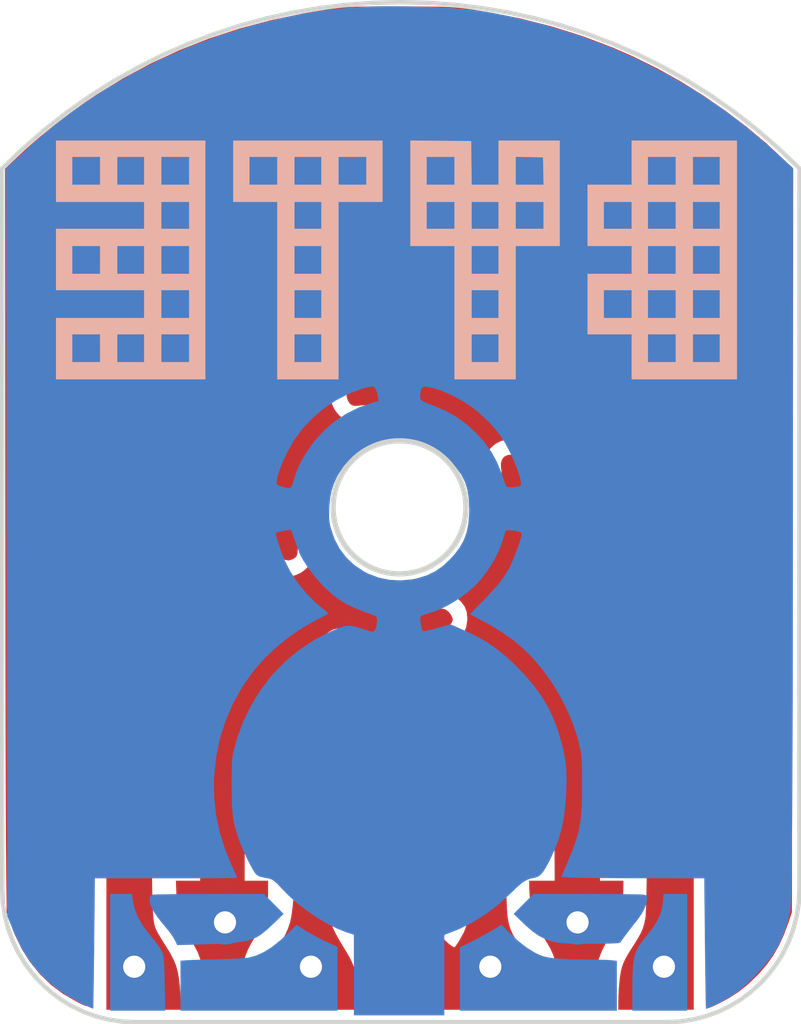
<source format=kicad_pcb>
(kicad_pcb (version 20171130) (host pcbnew "(5.1.10)-1")

  (general
    (thickness 1.6)
    (drawings 0)
    (tracks 0)
    (zones 0)
    (modules 2)
    (nets 7)
  )

  (page A4)
  (layers
    (0 F.Cu signal)
    (31 B.Cu signal)
    (32 B.Adhes user)
    (33 F.Adhes user)
    (34 B.Paste user)
    (35 F.Paste user)
    (36 B.SilkS user)
    (37 F.SilkS user)
    (38 B.Mask user)
    (39 F.Mask user)
    (40 Dwgs.User user)
    (41 Cmts.User user)
    (42 Eco1.User user)
    (43 Eco2.User user)
    (44 Edge.Cuts user)
    (45 Margin user)
    (46 B.CrtYd user)
    (47 F.CrtYd user)
    (48 B.Fab user)
    (49 F.Fab user)
  )

  (setup
    (last_trace_width 0.25)
    (trace_clearance 0.2)
    (zone_clearance 0.508)
    (zone_45_only no)
    (trace_min 0.2)
    (via_size 0.8)
    (via_drill 0.4)
    (via_min_size 0.4)
    (via_min_drill 0.3)
    (uvia_size 0.3)
    (uvia_drill 0.1)
    (uvias_allowed no)
    (uvia_min_size 0.2)
    (uvia_min_drill 0.1)
    (edge_width 0.05)
    (segment_width 0.2)
    (pcb_text_width 0.3)
    (pcb_text_size 1.5 1.5)
    (mod_edge_width 0.12)
    (mod_text_size 1 1)
    (mod_text_width 0.15)
    (pad_size 1.524 1.524)
    (pad_drill 0.762)
    (pad_to_mask_clearance 0)
    (aux_axis_origin 0 0)
    (visible_elements 7FFFFFFF)
    (pcbplotparams
      (layerselection 0x010fc_ffffffff)
      (usegerberextensions false)
      (usegerberattributes true)
      (usegerberadvancedattributes true)
      (creategerberjobfile true)
      (excludeedgelayer true)
      (linewidth 0.100000)
      (plotframeref false)
      (viasonmask false)
      (mode 1)
      (useauxorigin false)
      (hpglpennumber 1)
      (hpglpenspeed 20)
      (hpglpendiameter 15.000000)
      (psnegative false)
      (psa4output false)
      (plotreference true)
      (plotvalue true)
      (plotinvisibletext false)
      (padsonsilk false)
      (subtractmaskfromsilk false)
      (outputformat 1)
      (mirror false)
      (drillshape 1)
      (scaleselection 1)
      (outputdirectory ""))
  )

  (net 0 "")
  (net 1 "Net-(J1-Pad1)")
  (net 2 "Net-(J1-Pad2)")
  (net 3 "Net-(J1-Pad3)")
  (net 4 "Net-(J1-Pad4)")
  (net 5 "Net-(J1-Pad5)")
  (net 6 "Net-(J1-Pad6)")

  (net_class Default "This is the default net class."
    (clearance 0.2)
    (trace_width 0.25)
    (via_dia 0.8)
    (via_drill 0.4)
    (uvia_dia 0.3)
    (uvia_drill 0.1)
    (add_net "Net-(J1-Pad1)")
    (add_net "Net-(J1-Pad2)")
    (add_net "Net-(J1-Pad3)")
    (add_net "Net-(J1-Pad4)")
    (add_net "Net-(J1-Pad5)")
    (add_net "Net-(J1-Pad6)")
  )

  (module BYTE_Sensors:Logo (layer F.Cu) (tedit 6123C4BE) (tstamp 61242136)
    (at 126.19 85.2)
    (fp_text reference Ref** (at -4.63 -4.13) (layer F.SilkS) hide
      (effects (font (size 1.27 1.27) (thickness 0.15)))
    )
    (fp_text value Val** (at 4.9 4.67) (layer F.SilkS) hide
      (effects (font (size 1.27 1.27) (thickness 0.15)))
    )
    (fp_poly (pts (xy -4.2465 2.790167) (xy -7.612 2.790167) (xy -7.612 1.774167) (xy -7.252166 1.774167)
      (xy -7.252166 2.409167) (xy -6.617166 2.409167) (xy -6.617166 1.774167) (xy -6.236166 1.774167)
      (xy -6.236166 2.409167) (xy -5.622333 2.409167) (xy -5.622333 1.774167) (xy -5.241333 1.774167)
      (xy -5.241333 2.409167) (xy -4.606333 2.409167) (xy -4.606333 1.774167) (xy -5.241333 1.774167)
      (xy -5.622333 1.774167) (xy -6.236166 1.774167) (xy -6.617166 1.774167) (xy -7.252166 1.774167)
      (xy -7.612 1.774167) (xy -7.612 1.414334) (xy -5.622333 1.414334) (xy -5.622333 0.779334)
      (xy -5.241333 0.779334) (xy -5.241333 1.414334) (xy -4.606333 1.414334) (xy -4.606333 0.779334)
      (xy -5.241333 0.779334) (xy -5.622333 0.779334) (xy -7.612 0.779334) (xy -7.612 -0.2155)
      (xy -7.252166 -0.2155) (xy -7.252166 0.4195) (xy -6.617166 0.4195) (xy -6.617166 -0.2155)
      (xy -6.236166 -0.2155) (xy -6.236166 0.4195) (xy -5.622333 0.4195) (xy -5.622333 -0.2155)
      (xy -5.241333 -0.2155) (xy -5.241333 0.4195) (xy -4.606333 0.4195) (xy -4.606333 -0.2155)
      (xy -5.241333 -0.2155) (xy -5.622333 -0.2155) (xy -6.236166 -0.2155) (xy -6.617166 -0.2155)
      (xy -7.252166 -0.2155) (xy -7.612 -0.2155) (xy -7.612 -0.5965) (xy -5.622333 -0.5965)
      (xy -5.622333 -1.210333) (xy -5.241333 -1.210333) (xy -5.241333 -0.5965) (xy -4.606333 -0.5965)
      (xy -4.606333 -1.210333) (xy -5.241333 -1.210333) (xy -5.622333 -1.210333) (xy -7.612 -1.210333)
      (xy -7.612 -2.226333) (xy -7.252166 -2.226333) (xy -7.252166 -1.591333) (xy -6.617166 -1.591333)
      (xy -6.617166 -2.226333) (xy -6.236166 -2.226333) (xy -6.236166 -1.591333) (xy -5.622333 -1.591333)
      (xy -5.622333 -2.226333) (xy -5.241333 -2.226333) (xy -5.241333 -1.591333) (xy -4.606333 -1.591333)
      (xy -4.606333 -2.226333) (xy -5.241333 -2.226333) (xy -5.622333 -2.226333) (xy -6.236166 -2.226333)
      (xy -6.617166 -2.226333) (xy -7.252166 -2.226333) (xy -7.612 -2.226333) (xy -7.612 -2.586166)
      (xy -4.2465 -2.586166) (xy -4.2465 2.790167)) (layer B.SilkS) (width 0.01))
    (fp_poly (pts (xy -0.246 -1.210333) (xy -1.240833 -1.210333) (xy -1.240833 2.790167) (xy -2.616666 2.790167)
      (xy -2.616666 1.774167) (xy -2.235666 1.774167) (xy -2.235666 2.409167) (xy -1.621833 2.409167)
      (xy -1.621833 1.774167) (xy -2.235666 1.774167) (xy -2.616666 1.774167) (xy -2.616666 0.779334)
      (xy -2.235666 0.779334) (xy -2.235666 1.414334) (xy -1.621833 1.414334) (xy -1.621833 0.779334)
      (xy -2.235666 0.779334) (xy -2.616666 0.779334) (xy -2.616666 -0.2155) (xy -2.235666 -0.2155)
      (xy -2.235666 0.4195) (xy -1.621833 0.4195) (xy -1.621833 -0.2155) (xy -2.235666 -0.2155)
      (xy -2.616666 -0.2155) (xy -2.616666 -1.210333) (xy -2.235666 -1.210333) (xy -2.235666 -0.5965)
      (xy -1.621833 -0.5965) (xy -1.621833 -1.210333) (xy -2.235666 -1.210333) (xy -2.616666 -1.210333)
      (xy -3.6115 -1.210333) (xy -3.6115 -2.226333) (xy -3.251666 -2.226333) (xy -3.251666 -1.591333)
      (xy -2.616666 -1.591333) (xy -2.616666 -2.226333) (xy -2.235666 -2.226333) (xy -2.235666 -1.591333)
      (xy -1.621833 -1.591333) (xy -1.621833 -2.226333) (xy -1.240833 -2.226333) (xy -1.240833 -1.591333)
      (xy -0.605833 -1.591333) (xy -0.605833 -2.226333) (xy -1.240833 -2.226333) (xy -1.621833 -2.226333)
      (xy -2.235666 -2.226333) (xy -2.616666 -2.226333) (xy -3.251666 -2.226333) (xy -3.6115 -2.226333)
      (xy -3.6115 -2.586166) (xy -0.246 -2.586166) (xy -0.246 -1.210333)) (layer B.SilkS) (width 0.01))
    (fp_poly (pts (xy 1.75425 -2.575583) (xy 1.765614 -1.591333) (xy 2.378667 -1.591333) (xy 2.759667 -1.591333)
      (xy 3.395799 -1.591333) (xy 3.389941 -1.903541) (xy 3.384084 -2.21575) (xy 3.071875 -2.221607)
      (xy 2.759667 -2.227465) (xy 2.759667 -1.591333) (xy 2.378667 -1.591333) (xy 2.378667 -2.586166)
      (xy 3.7545 -2.586166) (xy 3.7545 -0.2155) (xy 2.759667 -0.2155) (xy 2.759667 2.790167)
      (xy 1.383834 2.790167) (xy 1.383834 1.774167) (xy 1.764834 1.774167) (xy 1.764834 2.409167)
      (xy 2.378667 2.409167) (xy 2.378667 1.774167) (xy 1.764834 1.774167) (xy 1.383834 1.774167)
      (xy 1.383834 0.779334) (xy 1.764834 0.779334) (xy 1.764834 1.414334) (xy 2.378667 1.414334)
      (xy 2.378667 0.779334) (xy 1.764834 0.779334) (xy 1.383834 0.779334) (xy 1.383834 -0.2155)
      (xy 1.764834 -0.2155) (xy 1.764834 0.4195) (xy 2.378667 0.4195) (xy 2.378667 -0.2155)
      (xy 1.764834 -0.2155) (xy 1.383834 -0.2155) (xy 0.389 -0.2155) (xy 0.389 -1.210333)
      (xy 0.748834 -1.210333) (xy 0.748834 -0.5965) (xy 1.383834 -0.5965) (xy 1.383834 -1.210333)
      (xy 1.764834 -1.210333) (xy 1.764834 -0.5965) (xy 2.378667 -0.5965) (xy 2.378667 -1.210333)
      (xy 2.759667 -1.210333) (xy 2.759667 -0.5965) (xy 3.394667 -0.5965) (xy 3.394667 -1.210333)
      (xy 2.759667 -1.210333) (xy 2.378667 -1.210333) (xy 1.764834 -1.210333) (xy 1.383834 -1.210333)
      (xy 0.748834 -1.210333) (xy 0.389 -1.210333) (xy 0.389 -2.226333) (xy 0.748834 -2.226333)
      (xy 0.748834 -1.591333) (xy 1.383834 -1.591333) (xy 1.383834 -2.226333) (xy 0.748834 -2.226333)
      (xy 0.389 -2.226333) (xy 0.389 -2.586753) (xy 1.75425 -2.575583)) (layer B.SilkS) (width 0.01))
    (fp_poly (pts (xy 7.755 2.790167) (xy 5.384334 2.790167) (xy 5.384334 1.774167) (xy 5.744167 1.774167)
      (xy 5.744167 2.409167) (xy 6.379167 2.409167) (xy 6.379167 1.774167) (xy 6.760167 1.774167)
      (xy 6.760167 2.409167) (xy 7.374 2.409167) (xy 7.374 1.774167) (xy 6.760167 1.774167)
      (xy 6.379167 1.774167) (xy 5.744167 1.774167) (xy 5.384334 1.774167) (xy 4.3895 1.774167)
      (xy 4.3895 0.779334) (xy 4.749334 0.779334) (xy 4.749334 1.414334) (xy 5.384334 1.414334)
      (xy 5.384334 0.779334) (xy 5.744167 0.779334) (xy 5.744167 1.414334) (xy 6.379167 1.414334)
      (xy 6.379167 0.779334) (xy 6.760167 0.779334) (xy 6.760167 1.414334) (xy 7.374 1.414334)
      (xy 7.374 0.779334) (xy 6.760167 0.779334) (xy 6.379167 0.779334) (xy 5.744167 0.779334)
      (xy 5.384334 0.779334) (xy 4.749334 0.779334) (xy 4.3895 0.779334) (xy 4.3895 0.4195)
      (xy 5.384334 0.4195) (xy 5.384334 -0.2155) (xy 5.744167 -0.2155) (xy 5.744167 0.4195)
      (xy 6.379167 0.4195) (xy 6.379167 -0.2155) (xy 6.760167 -0.2155) (xy 6.760167 0.4195)
      (xy 7.374 0.4195) (xy 7.374 -0.2155) (xy 6.760167 -0.2155) (xy 6.379167 -0.2155)
      (xy 5.744167 -0.2155) (xy 5.384334 -0.2155) (xy 4.3895 -0.2155) (xy 4.3895 -1.210333)
      (xy 4.749334 -1.210333) (xy 4.749334 -0.5965) (xy 5.384334 -0.5965) (xy 5.384334 -1.210333)
      (xy 5.744167 -1.210333) (xy 5.744167 -0.5965) (xy 6.379167 -0.5965) (xy 6.379167 -1.210333)
      (xy 6.760167 -1.210333) (xy 6.760167 -0.5965) (xy 7.374 -0.5965) (xy 7.374 -1.210333)
      (xy 6.760167 -1.210333) (xy 6.379167 -1.210333) (xy 5.744167 -1.210333) (xy 5.384334 -1.210333)
      (xy 4.749334 -1.210333) (xy 4.3895 -1.210333) (xy 4.3895 -1.591333) (xy 5.384334 -1.591333)
      (xy 5.384334 -2.226333) (xy 5.744167 -2.226333) (xy 5.744167 -1.591333) (xy 6.379167 -1.591333)
      (xy 6.379167 -2.226333) (xy 6.760167 -2.226333) (xy 6.760167 -1.591333) (xy 7.374 -1.591333)
      (xy 7.374 -2.226333) (xy 6.760167 -2.226333) (xy 6.379167 -2.226333) (xy 5.744167 -2.226333)
      (xy 5.384334 -2.226333) (xy 5.384334 -2.586166) (xy 7.755 -2.586166) (xy 7.755 2.790167)) (layer B.SilkS) (width 0.01))
  )

  (module BYTE_Sensors:FSR_PCB (layer F.Cu) (tedit 6123B813) (tstamp 61243E57)
    (at 126.49 91.42)
    (path /6123C634)
    (fp_text reference J1 (at 4.34 0.71) (layer F.SilkS) hide
      (effects (font (size 1.27 1.27) (thickness 0.15)))
    )
    (fp_text value FSR (at 4.34 0.71) (layer F.SilkS) hide
      (effects (font (size 1.27 1.27) (thickness 0.15)))
    )
    (fp_poly (pts (xy 0.24 9.4) (xy 0.2 9.4) (xy 0.24 9.4) (xy 0.3 9.5)
      (xy 0.46 9.1) (xy 0.66 8.69) (xy 0.74 8.39) (xy 0.77 8.18)
      (xy 0.8 7.61) (xy -0.495 7.61) (xy -0.505 9.31) (xy 0.14 9.3)) (layer F.Mask) (width 0.1))
    (fp_poly (pts (xy -0.3 9.4) (xy -0.3 9.5) (xy -0.4 9.5) (xy -0.48 9.4)
      (xy -0.54 9.31) (xy -0.7 9.04) (xy -0.9 8.69) (xy -0.98 8.39)
      (xy -1.01 8.18) (xy -1.04 7.61) (xy 0.3 7.61) (xy 0.3 9.5)
      (xy -0.38 9.5)) (layer F.Mask) (width 0.1))
    (fp_circle (center -0.2 -0.54) (end 1.43 -0.25) (layer B.Mask) (width 2))
    (fp_circle (center -0.16 -0.53946) (end 1.34 -0.53946) (layer Edge.Cuts) (width 0.12))
    (fp_circle (center -0.23 -0.53) (end 3.86 -0.54) (layer F.Mask) (width 6))
    (fp_line (start 8.87 -8.18) (end 8.87 -8.18) (layer Edge.Cuts) (width 0.1))
    (fp_line (start 8.87 -8.18) (end 8.87 -8.18) (layer Edge.Cuts) (width 0.1))
    (fp_line (start 8.39619 -8.6341) (end 8.87 -8.18) (layer Edge.Cuts) (width 0.1))
    (fp_line (start 7.90522 -9.05891) (end 8.39619 -8.6341) (layer Edge.Cuts) (width 0.1))
    (fp_line (start 7.39822 -9.45441) (end 7.90522 -9.05891) (layer Edge.Cuts) (width 0.1))
    (fp_line (start 6.87635 -9.82062) (end 7.39822 -9.45441) (layer Edge.Cuts) (width 0.1))
    (fp_line (start 6.34074 -10.15754) (end 6.87635 -9.82062) (layer Edge.Cuts) (width 0.1))
    (fp_line (start 5.79255 -10.4652) (end 6.34074 -10.15754) (layer Edge.Cuts) (width 0.1))
    (fp_line (start 5.23291 -10.7435) (end 5.79255 -10.4652) (layer Edge.Cuts) (width 0.1))
    (fp_line (start 4.66297 -10.9925) (end 5.23291 -10.7435) (layer Edge.Cuts) (width 0.1))
    (fp_line (start 4.08387 -11.2122) (end 4.66297 -10.9925) (layer Edge.Cuts) (width 0.1))
    (fp_line (start 3.49677 -11.4027) (end 4.08387 -11.2122) (layer Edge.Cuts) (width 0.1))
    (fp_line (start 2.9028 -11.5638) (end 3.49677 -11.4027) (layer Edge.Cuts) (width 0.1))
    (fp_line (start 2.30311 -11.6956) (end 2.9028 -11.5638) (layer Edge.Cuts) (width 0.1))
    (fp_line (start 1.69883 -11.7982) (end 2.30311 -11.6956) (layer Edge.Cuts) (width 0.1))
    (fp_line (start 1.09113 -11.8714) (end 1.69883 -11.7982) (layer Edge.Cuts) (width 0.1))
    (fp_line (start 0.481137 -11.9154) (end 1.09113 -11.8714) (layer Edge.Cuts) (width 0.1))
    (fp_line (start -0.13 -11.93) (end 0.481137 -11.9154) (layer Edge.Cuts) (width 0.1))
    (fp_line (start -0.741137 -11.9154) (end -0.13 -11.93) (layer Edge.Cuts) (width 0.1))
    (fp_line (start -1.35113 -11.8714) (end -0.741137 -11.9154) (layer Edge.Cuts) (width 0.1))
    (fp_line (start -1.95883 -11.7982) (end -1.35113 -11.8714) (layer Edge.Cuts) (width 0.1))
    (fp_line (start -2.56311 -11.6956) (end -1.95883 -11.7982) (layer Edge.Cuts) (width 0.1))
    (fp_line (start -3.1628 -11.5638) (end -2.56311 -11.6956) (layer Edge.Cuts) (width 0.1))
    (fp_line (start -3.75677 -11.4027) (end -3.1628 -11.5638) (layer Edge.Cuts) (width 0.1))
    (fp_line (start -4.34387 -11.2122) (end -3.75677 -11.4027) (layer Edge.Cuts) (width 0.1))
    (fp_line (start -4.92297 -10.9925) (end -4.34387 -11.2122) (layer Edge.Cuts) (width 0.1))
    (fp_line (start -5.49291 -10.7435) (end -4.92297 -10.9925) (layer Edge.Cuts) (width 0.1))
    (fp_line (start -6.05255 -10.4652) (end -5.49291 -10.7435) (layer Edge.Cuts) (width 0.1))
    (fp_line (start -6.60074 -10.15754) (end -6.05255 -10.4652) (layer Edge.Cuts) (width 0.1))
    (fp_line (start -7.13635 -9.82062) (end -6.60074 -10.15754) (layer Edge.Cuts) (width 0.1))
    (fp_line (start -7.65822 -9.45441) (end -7.13635 -9.82062) (layer Edge.Cuts) (width 0.1))
    (fp_line (start -8.16522 -9.05891) (end -7.65822 -9.45441) (layer Edge.Cuts) (width 0.1))
    (fp_line (start -8.65619 -8.6341) (end -8.16522 -9.05891) (layer Edge.Cuts) (width 0.1))
    (fp_line (start -9.13 -8.18) (end -8.65619 -8.6341) (layer Edge.Cuts) (width 0.1))
    (fp_line (start -9.13 8.07) (end -9.13 -8.18) (layer Edge.Cuts) (width 0.1))
    (fp_line (start -9.11451 8.37673) (end -9.13 8.07) (layer Edge.Cuts) (width 0.1))
    (fp_line (start -9.06905 8.6746) (end -9.11451 8.37673) (layer Edge.Cuts) (width 0.1))
    (fp_line (start -8.99513 8.96211) (end -9.06905 8.6746) (layer Edge.Cuts) (width 0.1))
    (fp_line (start -8.89425 9.23774) (end -8.99513 8.96211) (layer Edge.Cuts) (width 0.1))
    (fp_line (start -8.76792 9.49998) (end -8.89425 9.23774) (layer Edge.Cuts) (width 0.1))
    (fp_line (start -8.61765 9.7473) (end -8.76792 9.49998) (layer Edge.Cuts) (width 0.1))
    (fp_line (start -8.44495 9.9783) (end -8.61765 9.7473) (layer Edge.Cuts) (width 0.1))
    (fp_line (start -8.25132 10.1913) (end -8.44495 9.9783) (layer Edge.Cuts) (width 0.1))
    (fp_line (start -8.03828 10.3849) (end -8.25132 10.1913) (layer Edge.Cuts) (width 0.1))
    (fp_line (start -7.80733 10.5576) (end -8.03828 10.3849) (layer Edge.Cuts) (width 0.1))
    (fp_line (start -7.55998 10.7079) (end -7.80733 10.5576) (layer Edge.Cuts) (width 0.1))
    (fp_line (start -7.29774 10.8342) (end -7.55998 10.7079) (layer Edge.Cuts) (width 0.1))
    (fp_line (start -7.02211 10.9351) (end -7.29774 10.8342) (layer Edge.Cuts) (width 0.1))
    (fp_line (start -6.7346 11.0091) (end -7.02211 10.9351) (layer Edge.Cuts) (width 0.1))
    (fp_line (start -6.43673 11.0545) (end -6.7346 11.0091) (layer Edge.Cuts) (width 0.1))
    (fp_line (start -6.13 11.07) (end -6.43673 11.0545) (layer Edge.Cuts) (width 0.1))
    (fp_line (start 5.87 11.07) (end -6.13 11.07) (layer Edge.Cuts) (width 0.1))
    (fp_line (start 6.17673 11.0545) (end 5.87 11.07) (layer Edge.Cuts) (width 0.1))
    (fp_line (start 6.4746 11.0091) (end 6.17673 11.0545) (layer Edge.Cuts) (width 0.1))
    (fp_line (start 6.76211 10.9351) (end 6.4746 11.0091) (layer Edge.Cuts) (width 0.1))
    (fp_line (start 7.03774 10.8342) (end 6.76211 10.9351) (layer Edge.Cuts) (width 0.1))
    (fp_line (start 7.29998 10.7079) (end 7.03774 10.8342) (layer Edge.Cuts) (width 0.1))
    (fp_line (start 7.54733 10.5576) (end 7.29998 10.7079) (layer Edge.Cuts) (width 0.1))
    (fp_line (start 7.77828 10.3849) (end 7.54733 10.5576) (layer Edge.Cuts) (width 0.1))
    (fp_line (start 7.99132 10.1913) (end 7.77828 10.3849) (layer Edge.Cuts) (width 0.1))
    (fp_line (start 8.18495 9.9783) (end 7.99132 10.1913) (layer Edge.Cuts) (width 0.1))
    (fp_line (start 8.35765 9.7473) (end 8.18495 9.9783) (layer Edge.Cuts) (width 0.1))
    (fp_line (start 8.50792 9.49998) (end 8.35765 9.7473) (layer Edge.Cuts) (width 0.1))
    (fp_line (start 8.63425 9.23774) (end 8.50792 9.49998) (layer Edge.Cuts) (width 0.1))
    (fp_line (start 8.73513 8.96211) (end 8.63425 9.23774) (layer Edge.Cuts) (width 0.1))
    (fp_line (start 8.80905 8.6746) (end 8.73513 8.96211) (layer Edge.Cuts) (width 0.1))
    (fp_line (start 8.85451 8.37673) (end 8.80905 8.6746) (layer Edge.Cuts) (width 0.1))
    (fp_line (start 8.87 8.07) (end 8.85451 8.37673) (layer Edge.Cuts) (width 0.1))
    (fp_line (start 8.87 -8.18) (end 8.87 8.07) (layer Edge.Cuts) (width 0.1))
    (fp_poly (pts (xy -0.041594 -8.95427) (xy 0.177605 -8.951292) (xy 0.384244 -8.945559) (xy 0.570536 -8.93707)
      (xy 0.728696 -8.925824) (xy 0.831077 -8.91466) (xy 1.445351 -8.811813) (xy 2.039302 -8.672523)
      (xy 2.612409 -8.497014) (xy 3.164151 -8.285508) (xy 3.694008 -8.038228) (xy 4.20146 -7.755398)
      (xy 4.685984 -7.437238) (xy 5.147061 -7.083974) (xy 5.186667 -7.05107) (xy 5.282123 -6.969664)
      (xy 5.385693 -6.878623) (xy 5.4929 -6.782177) (xy 5.599268 -6.684553) (xy 5.700322 -6.58998)
      (xy 5.791585 -6.502685) (xy 5.868582 -6.426899) (xy 5.926836 -6.366849) (xy 5.961871 -6.326763)
      (xy 5.969834 -6.311231) (xy 5.944142 -6.304406) (xy 5.883171 -6.296134) (xy 5.793933 -6.286902)
      (xy 5.683438 -6.277197) (xy 5.558696 -6.267506) (xy 5.426718 -6.258315) (xy 5.294515 -6.250112)
      (xy 5.169098 -6.243383) (xy 5.057476 -6.238614) (xy 4.966661 -6.236294) (xy 4.903664 -6.236908)
      (xy 4.901267 -6.23703) (xy 4.80886 -6.246781) (xy 4.718202 -6.267662) (xy 4.623082 -6.302548)
      (xy 4.517291 -6.35431) (xy 4.394621 -6.425824) (xy 4.248862 -6.519961) (xy 4.160144 -6.579997)
      (xy 3.724169 -6.862103) (xy 3.293748 -7.106718) (xy 2.862207 -7.316877) (xy 2.422875 -7.495619)
      (xy 1.96908 -7.64598) (xy 1.598917 -7.745974) (xy 1.336742 -7.806863) (xy 1.094563 -7.855033)
      (xy 0.861917 -7.891682) (xy 0.628346 -7.918006) (xy 0.383387 -7.935204) (xy 0.11658 -7.944471)
      (xy -0.157916 -7.947022) (xy -0.411201 -7.945152) (xy -0.632127 -7.939043) (xy -0.830525 -7.927946)
      (xy -1.016226 -7.911114) (xy -1.199061 -7.887798) (xy -1.388861 -7.85725) (xy -1.427569 -7.850378)
      (xy -1.89598 -7.753325) (xy -2.340953 -7.633888) (xy -2.769184 -7.489306) (xy -3.187371 -7.31682)
      (xy -3.602211 -7.113671) (xy -4.020399 -6.877099) (xy -4.443996 -6.607451) (xy -4.561887 -6.529972)
      (xy -4.678019 -6.456205) (xy -4.784043 -6.391267) (xy -4.87161 -6.340275) (xy -4.930829 -6.309067)
      (xy -4.98944 -6.282663) (xy -5.040004 -6.264427) (xy -5.092786 -6.25268) (xy -5.15805 -6.245744)
      (xy -5.246061 -6.241938) (xy -5.354333 -6.239785) (xy -5.468405 -6.23946) (xy -5.574767 -6.241831)
      (xy -5.662355 -6.246474) (xy -5.720105 -6.252968) (xy -5.72475 -6.253906) (xy -5.779581 -6.261392)
      (xy -5.864718 -6.267668) (xy -5.968138 -6.272039) (xy -6.068708 -6.27378) (xy -6.167858 -6.275485)
      (xy -6.249505 -6.279247) (xy -6.305553 -6.284523) (xy -6.327906 -6.290768) (xy -6.328 -6.291206)
      (xy -6.313369 -6.312088) (xy -6.272945 -6.356703) (xy -6.211933 -6.419951) (xy -6.135538 -6.496735)
      (xy -6.048965 -6.581953) (xy -5.957417 -6.670508) (xy -5.8661 -6.757301) (xy -5.780217 -6.837231)
      (xy -5.704975 -6.9052) (xy -5.671833 -6.934079) (xy -5.218546 -7.294629) (xy -4.738151 -7.623969)
      (xy -4.233423 -7.920874) (xy -3.707137 -8.18412) (xy -3.162067 -8.412481) (xy -2.600988 -8.604734)
      (xy -2.026675 -8.759655) (xy -1.441901 -8.876018) (xy -1.1845 -8.914353) (xy -1.053458 -8.927879)
      (xy -0.888257 -8.938658) (xy -0.696684 -8.946687) (xy -0.486525 -8.951966) (xy -0.265566 -8.954494)
      (xy -0.041594 -8.95427)) (layer F.Cu) (width 0.01))
    (fp_poly (pts (xy 5.070811 4.794583) (xy 5.072775 4.853998) (xy 5.074596 4.948743) (xy 5.076243 5.075317)
      (xy 5.077686 5.230219) (xy 5.078894 5.409946) (xy 5.079837 5.610998) (xy 5.080484 5.829873)
      (xy 5.080804 6.063069) (xy 5.080834 6.160417) (xy 5.080834 7.546834) (xy 4.699834 7.546834)
      (xy 4.699834 5.077815) (xy 4.878234 4.925908) (xy 4.951033 4.864795) (xy 5.011796 4.815429)
      (xy 5.053506 4.783406) (xy 5.068734 4.774) (xy 5.070811 4.794583)) (layer F.Cu) (width 0.01))
    (fp_poly (pts (xy -5.21675 4.912195) (xy -5.036833 5.075536) (xy -5.036833 7.546834) (xy -5.396666 7.546834)
      (xy -5.396666 4.748855) (xy -5.21675 4.912195)) (layer F.Cu) (width 0.01))
    (fp_poly (pts (xy -0.147333 -11.830197) (xy 0.114209 -11.829827) (xy 0.338738 -11.829022) (xy 0.531572 -11.82744)
      (xy 0.698031 -11.824739) (xy 0.843434 -11.820577) (xy 0.973101 -11.814611) (xy 1.092351 -11.806499)
      (xy 1.206503 -11.795898) (xy 1.320876 -11.782468) (xy 1.440791 -11.765865) (xy 1.571566 -11.745747)
      (xy 1.718521 -11.721772) (xy 1.83175 -11.702866) (xy 2.56293 -11.560092) (xy 3.274339 -11.38019)
      (xy 3.967224 -11.162777) (xy 4.642834 -10.907471) (xy 5.144334 -10.688407) (xy 5.664791 -10.430428)
      (xy 6.184527 -10.139755) (xy 6.696437 -9.821229) (xy 7.193412 -9.479691) (xy 7.668346 -9.119985)
      (xy 8.114132 -8.74695) (xy 8.4535 -8.433972) (xy 8.724515 -8.172006) (xy 8.70943 0.211289)
      (xy 8.694346 8.594584) (xy 8.610981 8.838) (xy 8.509182 9.109316) (xy 8.399413 9.347587)
      (xy 8.276228 9.562029) (xy 8.134181 9.761856) (xy 7.967825 9.956281) (xy 7.920102 10.006894)
      (xy 7.708341 10.211008) (xy 7.494252 10.382289) (xy 7.266436 10.529251) (xy 7.10409 10.616524)
      (xy 7.009558 10.663305) (xy 6.928415 10.702269) (xy 6.86823 10.72987) (xy 6.836569 10.742561)
      (xy 6.834215 10.743) (xy 6.832117 10.722233) (xy 6.830089 10.661531) (xy 6.828147 10.563291)
      (xy 6.826304 10.429912) (xy 6.824575 10.26379) (xy 6.822975 10.067326) (xy 6.821517 9.842915)
      (xy 6.820215 9.592956) (xy 6.819086 9.319848) (xy 6.818142 9.025987) (xy 6.817397 8.713772)
      (xy 6.816868 8.385601) (xy 6.816567 8.043872) (xy 6.8165 7.786843) (xy 6.8165 4.830685)
      (xy 6.928929 4.680634) (xy 7.115821 4.41622) (xy 7.304938 4.120653) (xy 7.490478 3.80435)
      (xy 7.66664 3.477725) (xy 7.827623 3.151191) (xy 7.967626 2.835164) (xy 7.997007 2.763167)
      (xy 8.121249 2.430501) (xy 8.237148 2.0757) (xy 8.341886 1.70957) (xy 8.432647 1.342921)
      (xy 8.506612 0.98656) (xy 8.560963 0.651297) (xy 8.573634 0.55125) (xy 8.583173 0.444781)
      (xy 8.591458 0.303359) (xy 8.598396 0.134345) (xy 8.603893 -0.054896) (xy 8.607857 -0.257001)
      (xy 8.610195 -0.464607) (xy 8.610813 -0.67035) (xy 8.609619 -0.866867) (xy 8.606519 -1.046795)
      (xy 8.60142 -1.20277) (xy 8.596906 -1.28916) (xy 8.546854 -1.786292) (xy 8.459843 -2.294417)
      (xy 8.337769 -2.807728) (xy 8.182531 -3.320417) (xy 7.996026 -3.826677) (xy 7.780151 -4.320701)
      (xy 7.536803 -4.796682) (xy 7.341312 -5.132) (xy 7.161369 -5.415068) (xy 6.986275 -5.670485)
      (xy 6.807336 -5.909575) (xy 6.615854 -6.143666) (xy 6.403136 -6.384083) (xy 6.270407 -6.526856)
      (xy 5.824435 -6.970905) (xy 5.360604 -7.376613) (xy 4.878493 -7.744212) (xy 4.377682 -8.073934)
      (xy 3.857753 -8.366012) (xy 3.318285 -8.620677) (xy 2.75886 -8.838162) (xy 2.179057 -9.0187)
      (xy 1.578457 -9.162523) (xy 1.471917 -9.183792) (xy 1.324193 -9.211434) (xy 1.190738 -9.233806)
      (xy 1.061996 -9.251996) (xy 0.928417 -9.267094) (xy 0.780446 -9.28019) (xy 0.608531 -9.292374)
      (xy 0.420287 -9.303756) (xy -0.111781 -9.322429) (xy -0.617165 -9.315035) (xy -1.103273 -9.280603)
      (xy -1.577515 -9.218158) (xy -2.0473 -9.12673) (xy -2.520036 -9.005345) (xy -2.996556 -8.855282)
      (xy -3.534602 -8.655237) (xy -4.039719 -8.433275) (xy -4.516903 -8.186286) (xy -4.971151 -7.911161)
      (xy -5.407459 -7.604792) (xy -5.830824 -7.264069) (xy -6.246242 -6.885883) (xy -6.392719 -6.742058)
      (xy -6.681057 -6.443444) (xy -6.938431 -6.154209) (xy -7.17198 -5.865285) (xy -7.388844 -5.567604)
      (xy -7.596162 -5.252097) (xy -7.701904 -5.079083) (xy -7.993776 -4.54957) (xy -8.250207 -3.998295)
      (xy -8.470064 -3.428299) (xy -8.652212 -2.84262) (xy -8.795519 -2.2443) (xy -8.834625 -2.041666)
      (xy -8.861445 -1.889309) (xy -8.883451 -1.751718) (xy -8.9011 -1.622244) (xy -8.914853 -1.494241)
      (xy -8.925168 -1.361061) (xy -8.932505 -1.216057) (xy -8.937322 -1.052581) (xy -8.940079 -0.863985)
      (xy -8.941236 -0.643622) (xy -8.941353 -0.4965) (xy -8.940948 -0.268914) (xy -8.939507 -0.076647)
      (xy -8.93646 0.087314) (xy -8.931234 0.22998) (xy -8.923257 0.358364) (xy -8.911958 0.479478)
      (xy -8.896764 0.600334) (xy -8.877104 0.727944) (xy -8.852406 0.869321) (xy -8.822098 1.031475)
      (xy -8.812748 1.080417) (xy -8.678606 1.675228) (xy -8.507411 2.254825) (xy -8.300184 2.816787)
      (xy -8.057943 3.358696) (xy -7.781707 3.878134) (xy -7.472497 4.372682) (xy -7.352566 4.545194)
      (xy -7.151179 4.826917) (xy -7.157958 7.737334) (xy -7.159188 8.204547) (xy -7.160608 8.629895)
      (xy -7.162222 9.013847) (xy -7.164035 9.356869) (xy -7.166051 9.659429) (xy -7.168275 9.921997)
      (xy -7.170712 10.145039) (xy -7.173365 10.329023) (xy -7.176241 10.474418) (xy -7.179343 10.581691)
      (xy -7.182676 10.65131) (xy -7.186244 10.683744) (xy -7.187014 10.685857) (xy -7.199015 10.700297)
      (xy -7.217612 10.704853) (xy -7.249475 10.697451) (xy -7.301273 10.676014) (xy -7.379677 10.638464)
      (xy -7.447251 10.604841) (xy -7.751692 10.429568) (xy -8.027962 10.22277) (xy -8.275817 9.984735)
      (xy -8.495016 9.715752) (xy -8.685314 9.416111) (xy -8.846469 9.086098) (xy -8.946393 8.823759)
      (xy -9.024281 8.594584) (xy -9.038754 7.261084) (xy -9.039903 7.134222) (xy -9.041043 6.966997)
      (xy -9.042172 6.761378) (xy -9.043285 6.519333) (xy -9.044379 6.242834) (xy -9.045449 5.933849)
      (xy -9.046491 5.594347) (xy -9.047501 5.226299) (xy -9.048475 4.831673) (xy -9.04941 4.41244)
      (xy -9.050301 3.970569) (xy -9.051143 3.508029) (xy -9.051934 3.02679) (xy -9.05267 2.528821)
      (xy -9.053345 2.016092) (xy -9.053956 1.490573) (xy -9.054499 0.954232) (xy -9.054971 0.40904)
      (xy -9.055366 -0.143034) (xy -9.055682 -0.700021) (xy -9.055864 -1.121384) (xy -9.0585 -8.170351)
      (xy -8.883875 -8.341125) (xy -8.598993 -8.607843) (xy -8.283569 -8.88179) (xy -7.946811 -9.155643)
      (xy -7.597931 -9.422078) (xy -7.246138 -9.67377) (xy -6.99965 -9.839505) (xy -6.390707 -10.212637)
      (xy -5.763195 -10.54831) (xy -5.116556 -10.846735) (xy -4.450236 -11.108126) (xy -3.763678 -11.332693)
      (xy -3.056327 -11.52065) (xy -2.327628 -11.672209) (xy -2.094666 -11.712267) (xy -1.938646 -11.737609)
      (xy -1.801964 -11.759071) (xy -1.679366 -11.776972) (xy -1.565597 -11.79163) (xy -1.455404 -11.803364)
      (xy -1.34353 -11.81249) (xy -1.224722 -11.819329) (xy -1.093725 -11.824197) (xy -0.945284 -11.827413)
      (xy -0.774144 -11.829296) (xy -0.575051 -11.830163) (xy -0.34275 -11.830332) (xy -0.147333 -11.830197)) (layer F.Cu) (width 0.01))
    (fp_poly (pts (xy 0.28756 -7.574955) (xy 0.535295 -7.5629) (xy 0.811253 -7.530955) (xy 1.107303 -7.480919)
      (xy 1.415312 -7.414589) (xy 1.727146 -7.333764) (xy 2.034674 -7.240242) (xy 2.329764 -7.13582)
      (xy 2.40325 -7.107185) (xy 2.703088 -6.980989) (xy 2.98933 -6.845365) (xy 3.2718 -6.695017)
      (xy 3.560321 -6.524651) (xy 3.864717 -6.328972) (xy 3.937122 -6.280426) (xy 4.079905 -6.184859)
      (xy 4.195111 -6.110165) (xy 4.289604 -6.052601) (xy 4.370245 -6.008423) (xy 4.443897 -5.973887)
      (xy 4.517424 -5.945248) (xy 4.597688 -5.918763) (xy 4.603157 -5.917072) (xy 4.744566 -5.881572)
      (xy 4.892765 -5.861736) (xy 5.056056 -5.857325) (xy 5.242743 -5.8681) (xy 5.452351 -5.892601)
      (xy 5.581029 -5.910004) (xy 5.677042 -5.921433) (xy 5.749599 -5.927143) (xy 5.807907 -5.927394)
      (xy 5.861175 -5.92244) (xy 5.918609 -5.91254) (xy 5.948667 -5.906458) (xy 6.146755 -5.848347)
      (xy 6.331302 -5.760887) (xy 6.492425 -5.649363) (xy 6.575639 -5.571079) (xy 6.692218 -5.434075)
      (xy 6.819139 -5.2625) (xy 6.952936 -5.061802) (xy 7.090142 -4.837431) (xy 7.227291 -4.594832)
      (xy 7.360917 -4.339454) (xy 7.36685 -4.327634) (xy 7.616993 -3.782259) (xy 7.82654 -3.227286)
      (xy 7.995651 -2.664557) (xy 8.124487 -2.095912) (xy 8.213211 -1.523193) (xy 8.261983 -0.948241)
      (xy 8.270964 -0.372898) (xy 8.240317 0.200995) (xy 8.170202 0.771597) (xy 8.060781 1.337066)
      (xy 7.912216 1.89556) (xy 7.724666 2.445239) (xy 7.498295 2.984261) (xy 7.233263 3.510785)
      (xy 6.929731 4.022969) (xy 6.592137 4.513196) (xy 6.477834 4.667758) (xy 6.477834 10.785334)
      (xy 4.7845 10.785334) (xy 4.78498 10.621292) (xy 4.78841 10.46732) (xy 4.797191 10.309751)
      (xy 4.810375 10.157843) (xy 4.827013 10.020851) (xy 4.846155 9.908033) (xy 4.866033 9.830988)
      (xy 4.888959 9.767569) (xy 5.501343 9.767569) (xy 5.512865 9.887114) (xy 5.548903 9.977153)
      (xy 5.613625 10.045306) (xy 5.673178 10.081542) (xy 5.788867 10.121872) (xy 5.896231 10.122288)
      (xy 5.983257 10.088556) (xy 6.080875 10.007758) (xy 6.145421 9.908478) (xy 6.174641 9.797942)
      (xy 6.166278 9.683376) (xy 6.135259 9.601566) (xy 6.067028 9.512977) (xy 5.975933 9.455145)
      (xy 5.870353 9.430258) (xy 5.758666 9.440507) (xy 5.664907 9.47864) (xy 5.580043 9.5376)
      (xy 5.529128 9.6034) (xy 5.505396 9.687993) (xy 5.501343 9.767569) (xy 4.888959 9.767569)
      (xy 4.891404 9.760806) (xy 4.917678 9.697626) (xy 4.949128 9.633513) (xy 4.990025 9.56053)
      (xy 5.044641 9.470743) (xy 5.11725 9.356213) (xy 5.144205 9.31425) (xy 5.227854 9.179776)
      (xy 5.289755 9.06752) (xy 5.334461 8.966529) (xy 5.366529 8.865854) (xy 5.390512 8.754542)
      (xy 5.399515 8.700417) (xy 5.4033 8.65642) (xy 5.407328 8.573479) (xy 5.411543 8.454982)
      (xy 5.415893 8.304317) (xy 5.420323 8.124872) (xy 5.424779 7.920036) (xy 5.429208 7.693197)
      (xy 5.433555 7.447742) (xy 5.437766 7.18706) (xy 5.441788 6.914539) (xy 5.445566 6.633568)
      (xy 5.449047 6.347533) (xy 5.452177 6.059825) (xy 5.454901 5.77383) (xy 5.457166 5.492937)
      (xy 5.458918 5.220534) (xy 5.460102 4.960009) (xy 5.460352 4.879777) (xy 5.461834 4.33997)
      (xy 5.701943 4.020064) (xy 6.02718 3.557846) (xy 6.31156 3.091665) (xy 6.556545 2.618648)
      (xy 6.763598 2.135926) (xy 6.93418 1.640629) (xy 6.962355 1.54567) (xy 7.047941 1.231068)
      (xy 7.115271 0.938001) (xy 7.166657 0.652553) (xy 7.204411 0.360808) (xy 7.230847 0.048849)
      (xy 7.241195 -0.132198) (xy 7.253357 -0.520422) (xy 7.249509 -0.879639) (xy 7.228976 -1.220299)
      (xy 7.191079 -1.552855) (xy 7.135142 -1.887757) (xy 7.123642 -1.946416) (xy 7.000418 -2.470018)
      (xy 6.843606 -2.980053) (xy 6.655209 -3.471067) (xy 6.437228 -3.937603) (xy 6.299292 -4.192622)
      (xy 6.219305 -4.330077) (xy 6.140975 -4.459445) (xy 6.067642 -4.575644) (xy 6.00265 -4.673594)
      (xy 5.949338 -4.748213) (xy 5.911049 -4.79442) (xy 5.895262 -4.807033) (xy 5.8523 -4.803863)
      (xy 5.788836 -4.774433) (xy 5.713484 -4.723214) (xy 5.678092 -4.694332) (xy 5.6086 -4.634583)
      (xy 5.813993 -4.295916) (xy 6.091618 -3.800802) (xy 6.327828 -3.298682) (xy 6.523234 -2.787653)
      (xy 6.678446 -2.265814) (xy 6.794073 -1.731259) (xy 6.870726 -1.182088) (xy 6.892486 -0.932233)
      (xy 6.89954 -0.830659) (xy 6.899257 -0.767636) (xy 6.885633 -0.739402) (xy 6.852668 -0.742196)
      (xy 6.79436 -0.772257) (xy 6.713913 -0.820319) (xy 6.656238 -0.85677) (xy 6.608455 -0.893574)
      (xy 6.568499 -0.935632) (xy 6.534306 -0.987843) (xy 6.503814 -1.055106) (xy 6.474959 -1.142321)
      (xy 6.445678 -1.254388) (xy 6.413906 -1.396205) (xy 6.377581 -1.572674) (xy 6.36 -1.660666)
      (xy 6.292347 -1.982387) (xy 6.224666 -2.266172) (xy 6.155801 -2.516401) (xy 6.084594 -2.737456)
      (xy 6.052539 -2.825771) (xy 6.009732 -2.929134) (xy 5.966437 -3.006636) (xy 5.913115 -3.073774)
      (xy 5.876942 -3.111027) (xy 5.753417 -3.204767) (xy 5.615487 -3.260032) (xy 5.467734 -3.276183)
      (xy 5.314742 -3.252581) (xy 5.194596 -3.206106) (xy 5.066721 -3.122248) (xy 4.972938 -3.014198)
      (xy 4.913662 -2.88341) (xy 4.889303 -2.731337) (xy 4.900274 -2.559432) (xy 4.946987 -2.369151)
      (xy 4.952506 -2.352509) (xy 4.983413 -2.25374) (xy 5.020396 -2.124051) (xy 5.060784 -1.973941)
      (xy 5.101905 -1.813912) (xy 5.141087 -1.654462) (xy 5.175658 -1.506091) (xy 5.202947 -1.379299)
      (xy 5.212045 -1.332583) (xy 5.222362 -1.250779) (xy 5.23034 -1.133998) (xy 5.236029 -0.989531)
      (xy 5.23948 -0.824667) (xy 5.240743 -0.646696) (xy 5.239867 -0.462908) (xy 5.236902 -0.280592)
      (xy 5.231899 -0.107038) (xy 5.224908 0.050464) (xy 5.215978 0.184624) (xy 5.205159 0.288153)
      (xy 5.200738 0.31694) (xy 5.169313 0.480715) (xy 5.131306 0.651425) (xy 5.088697 0.82228)
      (xy 5.043465 0.986487) (xy 4.99759 1.137255) (xy 4.953051 1.267793) (xy 4.911828 1.37131)
      (xy 4.8759 1.441013) (xy 4.870969 1.448303) (xy 4.800924 1.516634) (xy 4.718076 1.546574)
      (xy 4.629554 1.536756) (xy 4.561623 1.50599) (xy 4.514673 1.462647) (xy 4.488283 1.402371)
      (xy 4.482034 1.320809) (xy 4.495506 1.213606) (xy 4.528277 1.076408) (xy 4.571216 0.93225)
      (xy 4.617067 0.784201) (xy 4.654523 0.65448) (xy 4.684423 0.536329) (xy 4.707609 0.422989)
      (xy 4.72492 0.307703) (xy 4.737196 0.183712) (xy 4.745277 0.044258) (xy 4.750003 -0.117417)
      (xy 4.752214 -0.308071) (xy 4.75275 -0.52825) (xy 4.752211 -0.753507) (xy 4.750122 -0.942881)
      (xy 4.745781 -1.10281) (xy 4.738482 -1.239737) (xy 4.727522 -1.360101) (xy 4.712194 -1.470343)
      (xy 4.691796 -1.576904) (xy 4.665623 -1.686224) (xy 4.63297 -1.804745) (xy 4.601485 -1.911257)
      (xy 4.539434 -2.103572) (xy 4.479259 -2.258886) (xy 4.417965 -2.382249) (xy 4.352559 -2.478712)
      (xy 4.280047 -2.553326) (xy 4.197434 -2.611143) (xy 4.18125 -2.620161) (xy 4.128693 -2.643729)
      (xy 4.070257 -2.657771) (xy 3.993097 -2.664419) (xy 3.906084 -2.665851) (xy 3.78346 -2.661281)
      (xy 3.689409 -2.644384) (xy 3.610872 -2.610532) (xy 3.534795 -2.555102) (xy 3.49677 -2.520838)
      (xy 3.422897 -2.438381) (xy 3.371409 -2.347876) (xy 3.341895 -2.244302) (xy 3.333947 -2.122635)
      (xy 3.347152 -1.977852) (xy 3.3811 -1.804932) (xy 3.424554 -1.637099) (xy 3.459743 -1.503996)
      (xy 3.494117 -1.3614) (xy 3.524034 -1.225201) (xy 3.545857 -1.111288) (xy 3.548168 -1.097349)
      (xy 3.565763 -0.953924) (xy 3.577762 -0.784103) (xy 3.584046 -0.600224) (xy 3.584493 -0.414625)
      (xy 3.578984 -0.239644) (xy 3.567397 -0.087619) (xy 3.5587 -0.02025) (xy 3.529781 0.141362)
      (xy 3.493726 0.304102) (xy 3.452695 0.460958) (xy 3.408846 0.604917) (xy 3.364337 0.728964)
      (xy 3.321327 0.826088) (xy 3.281974 0.889273) (xy 3.277093 0.894785) (xy 3.214785 0.932902)
      (xy 3.135108 0.943909) (xy 3.051925 0.929277) (xy 2.979096 0.890474) (xy 2.948965 0.860001)
      (xy 2.927967 0.803102) (xy 2.924525 0.715273) (xy 2.938211 0.603908) (xy 2.968594 0.476399)
      (xy 2.971943 0.465022) (xy 3.018402 0.297169) (xy 3.052981 0.140259) (xy 3.077083 -0.016757)
      (xy 3.09211 -0.184929) (xy 3.099467 -0.375306) (xy 3.100776 -0.549416) (xy 3.097902 -0.757866)
      (xy 3.089454 -0.934042) (xy 3.074122 -1.087792) (xy 3.050595 -1.228961) (xy 3.017562 -1.367395)
      (xy 2.973712 -1.512939) (xy 2.971676 -1.519165) (xy 2.921149 -1.646299) (xy 2.856463 -1.769121)
      (xy 2.784172 -1.877323) (xy 2.710832 -1.960597) (xy 2.669928 -1.993726) (xy 2.543028 -2.055089)
      (xy 2.406043 -2.081451) (xy 2.266195 -2.075311) (xy 2.130703 -2.03917) (xy 2.006787 -1.97553)
      (xy 1.901667 -1.886891) (xy 1.822564 -1.775753) (xy 1.78713 -1.687958) (xy 1.770722 -1.62403)
      (xy 1.762627 -1.565474) (xy 1.762391 -1.49883) (xy 1.769558 -1.410636) (xy 1.775833 -1.35375)
      (xy 1.786364 -1.255937) (xy 1.794585 -1.167226) (xy 1.799367 -1.100467) (xy 1.80012 -1.077436)
      (xy 1.783188 -1.001319) (xy 1.738846 -0.917581) (xy 1.676395 -0.839682) (xy 1.605138 -0.781077)
      (xy 1.589008 -0.772011) (xy 1.540076 -0.748426) (xy 1.51039 -0.743809) (xy 1.493201 -0.764305)
      (xy 1.481755 -0.816058) (xy 1.473095 -0.8775) (xy 1.428091 -1.067391) (xy 1.34596 -1.261492)
      (xy 1.230447 -1.452983) (xy 1.085297 -1.635043) (xy 1.019239 -1.704234) (xy 0.814906 -1.883063)
      (xy 0.601713 -2.02131) (xy 0.377637 -2.120169) (xy 0.251249 -2.157634) (xy 0.154108 -2.183131)
      (xy 0.087439 -2.207694) (xy 0.040488 -2.239998) (xy 0.002498 -2.288722) (xy -0.037286 -2.362542)
      (xy -0.059728 -2.408509) (xy -0.13161 -2.538618) (xy -0.21042 -2.638292) (xy -0.307576 -2.719193)
      (xy -0.434497 -2.79298) (xy -0.437902 -2.794709) (xy -0.503381 -2.825389) (xy -0.560672 -2.843863)
      (xy -0.624762 -2.853066) (xy -0.710634 -2.855937) (xy -0.750583 -2.855982) (xy -0.85707 -2.853485)
      (xy -0.966667 -2.847415) (xy -1.05877 -2.838979) (xy -1.073638 -2.837065) (xy -1.166493 -2.830439)
      (xy -1.231654 -2.844837) (xy -1.280838 -2.885821) (xy -1.32425 -2.956024) (xy -1.351883 -3.045905)
      (xy -1.338105 -3.128114) (xy -1.28318 -3.202431) (xy -1.18737 -3.268634) (xy -1.050938 -3.326503)
      (xy -0.874146 -3.375817) (xy -0.808595 -3.389854) (xy -0.730989 -3.403246) (xy -0.644959 -3.413253)
      (xy -0.543277 -3.42028) (xy -0.41871 -3.424734) (xy -0.264028 -3.427018) (xy -0.13675 -3.427542)
      (xy 0.350084 -3.428083) (xy 0.679322 -3.338125) (xy 0.854537 -3.292933) (xy 0.996429 -3.263137)
      (xy 1.111012 -3.248485) (xy 1.204299 -3.248728) (xy 1.282302 -3.263612) (xy 1.351034 -3.292886)
      (xy 1.377814 -3.308915) (xy 1.505165 -3.405566) (xy 1.594004 -3.50896) (xy 1.648154 -3.625651)
      (xy 1.671436 -3.762195) (xy 1.673 -3.815216) (xy 1.662903 -3.95297) (xy 1.63064 -4.072124)
      (xy 1.573258 -4.175242) (xy 1.487799 -4.264889) (xy 1.371309 -4.343628) (xy 1.220833 -4.414024)
      (xy 1.033415 -4.478642) (xy 0.850271 -4.529069) (xy 0.59765 -4.585265) (xy 0.353365 -4.622534)
      (xy 0.10065 -4.642882) (xy -0.147333 -4.648385) (xy -0.380555 -4.643798) (xy -0.597235 -4.628945)
      (xy -0.808578 -4.602109) (xy -1.02579 -4.561573) (xy -1.260076 -4.50562) (xy -1.486181 -4.443158)
      (xy -1.608685 -4.409677) (xy -1.69658 -4.390593) (xy -1.754734 -4.385023) (xy -1.782514 -4.389466)
      (xy -1.856502 -4.43659) (xy -1.910014 -4.506469) (xy -1.938479 -4.587706) (xy -1.937326 -4.668903)
      (xy -1.915521 -4.721043) (xy -1.865917 -4.767915) (xy -1.779359 -4.817647) (xy -1.660988 -4.868596)
      (xy -1.515943 -4.919115) (xy -1.349363 -4.967559) (xy -1.166389 -5.012284) (xy -0.972159 -5.051642)
      (xy -0.789797 -5.081432) (xy -0.646895 -5.097257) (xy -0.476484 -5.108528) (xy -0.289941 -5.11515)
      (xy -0.098642 -5.117026) (xy 0.086035 -5.114061) (xy 0.252713 -5.106159) (xy 0.390016 -5.093225)
      (xy 0.403 -5.091468) (xy 0.599079 -5.058711) (xy 0.818697 -5.01316) (xy 1.046337 -4.958353)
      (xy 1.266481 -4.897826) (xy 1.311032 -4.8845) (xy 1.463115 -4.840633) (xy 1.584035 -4.812242)
      (xy 1.681832 -4.798827) (xy 1.764547 -4.799888) (xy 1.840219 -4.814928) (xy 1.916889 -4.843447)
      (xy 1.923697 -4.846471) (xy 2.044358 -4.916653) (xy 2.146565 -5.007252) (xy 2.220966 -5.109021)
      (xy 2.246346 -5.165531) (xy 2.267634 -5.266424) (xy 2.273472 -5.387609) (xy 2.264253 -5.510121)
      (xy 2.240371 -5.614995) (xy 2.236823 -5.624753) (xy 2.180723 -5.724877) (xy 2.091183 -5.816378)
      (xy 1.966222 -5.900491) (xy 1.803855 -5.978451) (xy 1.602102 -6.051493) (xy 1.503667 -6.081429)
      (xy 1.194379 -6.16366) (xy 0.899237 -6.225669) (xy 0.603854 -6.269684) (xy 0.293842 -6.297932)
      (xy 0.022 -6.310788) (xy -0.358675 -6.313102) (xy -0.716945 -6.294416) (xy -1.064028 -6.253094)
      (xy -1.411139 -6.187501) (xy -1.769497 -6.096003) (xy -2.057887 -6.007606) (xy -2.349191 -5.912657)
      (xy -2.412048 -5.957416) (xy -2.49065 -6.032076) (xy -2.533995 -6.115192) (xy -2.540804 -6.200123)
      (xy -2.509797 -6.280229) (xy -2.480958 -6.315165) (xy -2.414734 -6.362813) (xy -2.309756 -6.413805)
      (xy -2.169375 -6.467091) (xy -1.996941 -6.521623) (xy -1.795807 -6.576349) (xy -1.569321 -6.63022)
      (xy -1.320835 -6.682187) (xy -1.290681 -6.688055) (xy -1.076889 -6.730465) (xy -0.899852 -6.768546)
      (xy -0.754438 -6.804087) (xy -0.635513 -6.838878) (xy -0.537944 -6.874706) (xy -0.456598 -6.913362)
      (xy -0.386341 -6.956635) (xy -0.322041 -7.006312) (xy -0.286088 -7.03818) (xy -0.20757 -7.118188)
      (xy -0.145989 -7.201476) (xy -0.093224 -7.300968) (xy -0.04258 -7.425733) (xy 0.013369 -7.57675)
      (xy 0.28756 -7.574955)) (layer F.Cu) (width 0.01))
    (fp_poly (pts (xy 5.554566 -2.901332) (xy 5.60103 -2.873921) (xy 5.640743 -2.828821) (xy 5.682361 -2.755647)
      (xy 5.691576 -2.736932) (xy 5.750237 -2.597187) (xy 5.809789 -2.419488) (xy 5.869015 -2.208162)
      (xy 5.926699 -1.967536) (xy 5.97938 -1.713583) (xy 6.015981 -1.524869) (xy 6.04594 -1.372632)
      (xy 6.070491 -1.251755) (xy 6.090869 -1.157122) (xy 6.108307 -1.083616) (xy 6.124039 -1.02612)
      (xy 6.1393 -0.979517) (xy 6.155324 -0.93869) (xy 6.173344 -0.898522) (xy 6.178692 -0.887167)
      (xy 6.249875 -0.771919) (xy 6.349284 -0.658509) (xy 6.467024 -0.555044) (xy 6.593199 -0.469632)
      (xy 6.717914 -0.410381) (xy 6.783488 -0.391637) (xy 6.828201 -0.377867) (xy 6.860302 -0.353852)
      (xy 6.880838 -0.314124) (xy 6.890854 -0.253216) (xy 6.891397 -0.16566) (xy 6.883514 -0.045989)
      (xy 6.872274 0.072322) (xy 6.796113 0.631333) (xy 6.683414 1.169732) (xy 6.533629 1.689198)
      (xy 6.346209 2.19141) (xy 6.120608 2.678047) (xy 5.879474 3.112417) (xy 5.759148 3.30732)
      (xy 5.641138 3.485985) (xy 5.52025 3.654895) (xy 5.391289 3.820536) (xy 5.249062 3.989392)
      (xy 5.088373 4.167948) (xy 4.904029 4.362688) (xy 4.759248 4.510978) (xy 4.361167 4.914706)
      (xy 4.361167 7.8855) (xy 4.890334 7.8855) (xy 4.889621 8.038959) (xy 4.884895 8.203434)
      (xy 4.873016 8.365217) (xy 4.855165 8.51449) (xy 4.832523 8.641439) (xy 4.806273 8.736248)
      (xy 4.805396 8.738616) (xy 4.773747 8.809101) (xy 4.725566 8.899964) (xy 4.668662 8.996945)
      (xy 4.634672 9.050475) (xy 4.509151 9.255574) (xy 4.409111 9.45291) (xy 4.332327 9.650611)
      (xy 4.276572 9.856808) (xy 4.23962 10.079629) (xy 4.219245 10.327205) (xy 4.213219 10.589542)
      (xy 4.213 10.785334) (xy 3.434562 10.785334) (xy 3.423906 10.335542) (xy 3.416535 10.124979)
      (xy 3.403611 9.947964) (xy 3.382557 9.795817) (xy 3.350796 9.659858) (xy 3.305748 9.531405)
      (xy 3.244837 9.401778) (xy 3.165485 9.262298) (xy 3.065114 9.104283) (xy 3.052639 9.085336)
      (xy 2.971807 8.955078) (xy 2.907487 8.835488) (xy 2.900397 8.819007) (xy 3.500365 8.819007)
      (xy 3.528434 8.920919) (xy 3.584653 9.011728) (xy 3.668969 9.082943) (xy 3.674838 9.08636)
      (xy 3.771582 9.125517) (xy 3.866904 9.12783) (xy 3.971247 9.094194) (xy 4.069409 9.029576)
      (xy 4.139469 8.942453) (xy 4.178859 8.841199) (xy 4.185014 8.734186) (xy 4.155367 8.629787)
      (xy 4.127849 8.58332) (xy 4.048806 8.506562) (xy 3.946807 8.457083) (xy 3.833489 8.437763)
      (xy 3.720491 8.451483) (xy 3.670741 8.470193) (xy 3.585637 8.531585) (xy 3.52891 8.615847)
      (xy 3.500506 8.714485) (xy 3.500365 8.819007) (xy 2.900397 8.819007) (xy 2.864773 8.736207)
      (xy 2.859074 8.718997) (xy 2.835779 8.623363) (xy 2.814187 8.497909) (xy 2.795797 8.355147)
      (xy 2.782111 8.207591) (xy 2.774631 8.067752) (xy 2.773685 8.007209) (xy 2.773667 7.8855)
      (xy 3.348733 7.8855) (xy 3.341658 6.776) (xy 3.34003 6.563156) (xy 3.337977 6.363168)
      (xy 3.335575 6.18002) (xy 3.332902 6.017696) (xy 3.330035 5.880178) (xy 3.327051 5.771451)
      (xy 3.324028 5.695497) (xy 3.321043 5.656301) (xy 3.319877 5.651807) (xy 3.296548 5.655118)
      (xy 3.242271 5.674123) (xy 3.164172 5.706006) (xy 3.069373 5.747947) (xy 3.025575 5.76822)
      (xy 2.534742 5.983202) (xy 2.05881 6.160529) (xy 1.595009 6.301013) (xy 1.140572 6.40547)
      (xy 0.69273 6.474713) (xy 0.582917 6.486476) (xy 0.418367 6.502425) (xy 0.291146 6.514221)
      (xy 0.196461 6.521962) (xy 0.129522 6.525744) (xy 0.085536 6.525665) (xy 0.059712 6.521822)
      (xy 0.04726 6.514314) (xy 0.043387 6.503237) (xy 0.043167 6.497451) (xy 0.05689 6.449913)
      (xy 0.092634 6.384507) (xy 0.142259 6.313071) (xy 0.197624 6.247443) (xy 0.245423 6.203291)
      (xy 0.295495 6.168116) (xy 0.348576 6.138672) (xy 0.411281 6.112898) (xy 0.490222 6.088733)
      (xy 0.592016 6.064117) (xy 0.723275 6.036991) (xy 0.867053 6.009658) (xy 1.121075 5.959238)
      (xy 1.367081 5.904186) (xy 1.599317 5.846105) (xy 1.812024 5.786598) (xy 1.999446 5.727267)
      (xy 2.155826 5.669715) (xy 2.266618 5.620078) (xy 2.346046 5.565817) (xy 2.426093 5.488538)
      (xy 2.494491 5.401979) (xy 2.538971 5.319878) (xy 2.54179 5.311969) (xy 2.555476 5.249891)
      (xy 2.565854 5.163063) (xy 2.570898 5.069047) (xy 2.571048 5.058208) (xy 2.570242 4.968248)
      (xy 2.563797 4.906391) (xy 2.548602 4.858479) (xy 2.521545 4.810359) (xy 2.514059 4.798893)
      (xy 2.435483 4.706376) (xy 2.333088 4.623187) (xy 2.218547 4.556269) (xy 2.103534 4.512571)
      (xy 2.009762 4.498834) (xy 1.967316 4.504752) (xy 1.894702 4.520861) (xy 1.802147 4.544689)
      (xy 1.701324 4.573336) (xy 1.467176 4.642123) (xy 1.266002 4.698865) (xy 1.090597 4.744842)
      (xy 0.933753 4.781329) (xy 0.788263 4.809606) (xy 0.646919 4.83095) (xy 0.502514 4.846639)
      (xy 0.347842 4.857949) (xy 0.175695 4.86616) (xy 0.020312 4.871363) (xy -0.29318 4.875795)
      (xy -0.574778 4.86884) (xy -0.833638 4.849442) (xy -1.078919 4.816546) (xy -1.319779 4.769098)
      (xy -1.565374 4.706042) (xy -1.662876 4.677459) (xy -1.83459 4.624107) (xy -1.969427 4.578096)
      (xy -2.07165 4.536782) (xy -2.145522 4.49752) (xy -2.195305 4.457665) (xy -2.225261 4.414573)
      (xy -2.239653 4.3656) (xy -2.242833 4.317654) (xy -2.226124 4.229051) (xy -2.181537 4.152605)
      (xy -2.117379 4.100403) (xy -2.085104 4.088231) (xy -2.039003 4.089461) (xy -1.956578 4.106277)
      (xy -1.840603 4.138029) (xy -1.737989 4.169739) (xy -1.512703 4.237311) (xy -1.298304 4.291067)
      (xy -1.085874 4.332244) (xy -0.866498 4.362075) (xy -0.631257 4.381795) (xy -0.371235 4.392639)
      (xy -0.105 4.395834) (xy 0.166001 4.392104) (xy 0.406379 4.379145) (xy 0.627158 4.355319)
      (xy 0.839362 4.318989) (xy 1.054016 4.268516) (xy 1.282142 4.202263) (xy 1.3555 4.178855)
      (xy 1.540639 4.112393) (xy 1.687288 4.043839) (xy 1.799242 3.969093) (xy 1.880295 3.884054)
      (xy 1.934244 3.784622) (xy 1.964884 3.666696) (xy 1.976009 3.526174) (xy 1.97621 3.508183)
      (xy 1.966308 3.385337) (xy 1.931527 3.280929) (xy 1.866432 3.182857) (xy 1.796455 3.108127)
      (xy 1.71163 3.036749) (xy 1.623588 2.987625) (xy 1.526277 2.960241) (xy 1.413648 2.954079)
      (xy 1.279651 2.968625) (xy 1.118235 3.003361) (xy 0.986848 3.03908) (xy 0.580126 3.138949)
      (xy 0.187352 3.199588) (xy -0.193492 3.220976) (xy -0.564427 3.20309) (xy -0.92747 3.145909)
      (xy -1.284642 3.049409) (xy -1.390928 3.012797) (xy -1.506023 2.964885) (xy -1.584012 2.915871)
      (xy -1.629965 2.861003) (xy -1.648953 2.79553) (xy -1.650166 2.769845) (xy -1.637044 2.686504)
      (xy -1.602775 2.610563) (xy -1.555006 2.55793) (xy -1.545506 2.552128) (xy -1.508213 2.537538)
      (xy -1.462885 2.532513) (xy -1.402427 2.537951) (xy -1.319746 2.554749) (xy -1.207748 2.583805)
      (xy -1.135911 2.603959) (xy -0.888282 2.667989) (xy -0.661227 2.711652) (xy -0.439519 2.737176)
      (xy -0.207932 2.746787) (xy -0.157916 2.746994) (xy 0.080968 2.737362) (xy 0.323415 2.710449)
      (xy 0.559727 2.66821) (xy 0.780203 2.612598) (xy 0.975144 2.545568) (xy 1.083484 2.496845)
      (xy 1.203365 2.413847) (xy 1.292784 2.302488) (xy 1.350505 2.165032) (xy 1.375294 2.003743)
      (xy 1.376202 1.960355) (xy 1.361695 1.817476) (xy 1.316446 1.697396) (xy 1.236278 1.589953)
      (xy 1.215263 1.568673) (xy 1.125732 1.490953) (xy 1.038003 1.438339) (xy 0.94242 1.408201)
      (xy 0.829328 1.397912) (xy 0.689072 1.404843) (xy 0.63439 1.410552) (xy 0.491667 1.423005)
      (xy 0.381067 1.422052) (xy 0.293922 1.405608) (xy 0.221562 1.371585) (xy 0.155318 1.317897)
      (xy 0.126638 1.288335) (xy 0.082002 1.23477) (xy 0.053971 1.191017) (xy 0.048507 1.170229)
      (xy 0.071207 1.153942) (xy 0.125285 1.130639) (xy 0.201207 1.104171) (xy 0.24571 1.090566)
      (xy 0.509917 0.99285) (xy 0.749013 0.861469) (xy 0.962093 0.697) (xy 1.118954 0.53529)
      (xy 1.194917 0.432917) (xy 1.273426 0.304562) (xy 1.347718 0.163463) (xy 1.411026 0.022858)
      (xy 1.456586 -0.104012) (xy 1.46852 -0.14879) (xy 1.493307 -0.245077) (xy 1.519616 -0.309666)
      (xy 1.55529 -0.352715) (xy 1.608169 -0.384386) (xy 1.669157 -0.408733) (xy 1.817156 -0.484445)
      (xy 1.946904 -0.593996) (xy 2.052608 -0.730764) (xy 2.128471 -0.888129) (xy 2.14982 -0.957904)
      (xy 2.164939 -1.023284) (xy 2.172273 -1.079668) (xy 2.171895 -1.140331) (xy 2.163879 -1.218546)
      (xy 2.151725 -1.304632) (xy 2.136508 -1.432948) (xy 2.135543 -1.528497) (xy 2.15029 -1.598864)
      (xy 2.182208 -1.651637) (xy 2.225807 -1.68965) (xy 2.297874 -1.718012) (xy 2.382926 -1.721002)
      (xy 2.460069 -1.698632) (xy 2.47508 -1.689496) (xy 2.521095 -1.638441) (xy 2.568798 -1.551312)
      (xy 2.615482 -1.434138) (xy 2.658441 -1.292948) (xy 2.66574 -1.264774) (xy 2.730704 -0.921405)
      (xy 2.753731 -0.57257) (xy 2.734827 -0.218537) (xy 2.673996 0.140424) (xy 2.632077 0.306623)
      (xy 2.587127 0.479943) (xy 2.558439 0.620707) (xy 2.54542 0.735189) (xy 2.547478 0.829668)
      (xy 2.56402 0.910418) (xy 2.572682 0.935453) (xy 2.644794 1.068415) (xy 2.746264 1.1764)
      (xy 2.870098 1.255918) (xy 3.009306 1.303481) (xy 3.156897 1.315602) (xy 3.290343 1.293549)
      (xy 3.404321 1.246089) (xy 3.505145 1.17237) (xy 3.594288 1.069816) (xy 3.673224 0.93585)
      (xy 3.743428 0.767896) (xy 3.806371 0.563379) (xy 3.86353 0.31972) (xy 3.872406 0.276084)
      (xy 3.933955 -0.124564) (xy 3.95649 -0.51834) (xy 3.939747 -0.910031) (xy 3.883461 -1.304424)
      (xy 3.787368 -1.706307) (xy 3.757427 -1.807426) (xy 3.721396 -1.928499) (xy 3.698511 -2.017835)
      (xy 3.687924 -2.083652) (xy 3.688789 -2.134168) (xy 3.700259 -2.177601) (xy 3.715803 -2.211423)
      (xy 3.762522 -2.274497) (xy 3.827023 -2.30777) (xy 3.912421 -2.316833) (xy 3.977895 -2.309479)
      (xy 4.033234 -2.284407) (xy 4.081623 -2.2371) (xy 4.126247 -2.163044) (xy 4.17029 -2.057723)
      (xy 4.216936 -1.916621) (xy 4.233352 -1.86175) (xy 4.277142 -1.709321) (xy 4.311873 -1.578135)
      (xy 4.338715 -1.459651) (xy 4.358843 -1.345327) (xy 4.373427 -1.226623) (xy 4.383642 -1.094996)
      (xy 4.390658 -0.941906) (xy 4.39565 -0.758812) (xy 4.39752 -0.665833) (xy 4.400481 -0.426493)
      (xy 4.398903 -0.220792) (xy 4.39167 -0.040177) (xy 4.377666 0.123909) (xy 4.355778 0.280018)
      (xy 4.324889 0.436707) (xy 4.283885 0.60253) (xy 4.23165 0.786041) (xy 4.190832 0.919877)
      (xy 4.145956 1.071289) (xy 4.116082 1.191278) (xy 4.100187 1.287602) (xy 4.097251 1.368021)
      (xy 4.10625 1.440296) (xy 4.116782 1.482386) (xy 4.179857 1.625808) (xy 4.277097 1.747127)
      (xy 4.398133 1.836961) (xy 4.538765 1.893841) (xy 4.68443 1.913255) (xy 4.82801 1.897095)
      (xy 4.96239 1.847255) (xy 5.080455 1.765628) (xy 5.175089 1.654106) (xy 5.192054 1.625754)
      (xy 5.245786 1.513811) (xy 5.302613 1.367343) (xy 5.360362 1.193832) (xy 5.416857 1.000758)
      (xy 5.469925 0.7956) (xy 5.517392 0.58584) (xy 5.557082 0.378956) (xy 5.560813 0.357096)
      (xy 5.572802 0.277963) (xy 5.582136 0.195504) (xy 5.589108 0.103232) (xy 5.594008 -0.005337)
      (xy 5.597129 -0.136689) (xy 5.598762 -0.297309) (xy 5.599198 -0.493684) (xy 5.599197 -0.4965)
      (xy 5.597504 -0.756179) (xy 5.59186 -0.982015) (xy 5.581127 -1.182405) (xy 5.564164 -1.365747)
      (xy 5.539834 -1.540437) (xy 5.506995 -1.714874) (xy 5.464508 -1.897452) (xy 5.411235 -2.096571)
      (xy 5.356366 -2.285953) (xy 5.311529 -2.440429) (xy 5.279783 -2.56047) (xy 5.260647 -2.65174)
      (xy 5.253639 -2.719902) (xy 5.258276 -2.770619) (xy 5.274077 -2.809554) (xy 5.30056 -2.842373)
      (xy 5.308375 -2.849896) (xy 5.392663 -2.905865) (xy 5.480849 -2.919874) (xy 5.554566 -2.901332)) (layer F.Cu) (width 0.01))
    (fp_poly (pts (xy -1.769689 8.047444) (xy -1.76256 8.152916) (xy -1.757608 8.266549) (xy -1.756 8.352829)
      (xy -1.74882 8.51539) (xy -1.72892 8.682296) (xy -1.698757 8.836833) (xy -1.670168 8.936636)
      (xy -1.644231 8.997206) (xy -1.600471 9.083604) (xy -1.544111 9.186143) (xy -1.480374 9.295141)
      (xy -1.450402 9.344161) (xy -1.363733 9.486101) (xy -1.297528 9.600771) (xy -1.248127 9.695688)
      (xy -1.211871 9.778371) (xy -1.185103 9.856337) (xy -1.16624 9.928084) (xy -1.153389 9.999909)
      (xy -1.140011 10.102844) (xy -1.127112 10.225693) (xy -1.115697 10.357261) (xy -1.106773 10.48635)
      (xy -1.101344 10.601766) (xy -1.100168 10.663625) (xy -1.099833 10.785334) (xy -3.221006 10.785334)
      (xy -3.206793 10.430792) (xy -3.20072 10.302425) (xy -3.193238 10.17959) (xy -3.185091 10.072558)
      (xy -3.177026 9.991603) (xy -3.172675 9.960616) (xy -3.132201 9.815262) (xy -3.096751 9.735866)
      (xy -2.513462 9.735866) (xy -2.50868 9.846435) (xy -2.46225 9.951845) (xy -2.416112 10.010036)
      (xy -2.319609 10.086426) (xy -2.212731 10.123248) (xy -2.100411 10.119559) (xy -2.011157 10.087424)
      (xy -1.911557 10.016425) (xy -1.848642 9.924966) (xy -1.823403 9.815346) (xy -1.836831 9.689867)
      (xy -1.837944 9.685488) (xy -1.884276 9.57789) (xy -1.955569 9.498227) (xy -2.04434 9.447241)
      (xy -2.143105 9.425671) (xy -2.244382 9.434259) (xy -2.340689 9.473743) (xy -2.424542 9.544866)
      (xy -2.476257 9.622324) (xy -2.513462 9.735866) (xy -3.096751 9.735866) (xy -3.056741 9.646259)
      (xy -2.946272 9.453557) (xy -2.909852 9.396555) (xy -2.807777 9.232568) (xy -2.730005 9.08945)
      (xy -2.671718 8.957344) (xy -2.628094 8.826396) (xy -2.624243 8.812583) (xy -2.602556 8.713302)
      (xy -2.582236 8.583393) (xy -2.564532 8.434561) (xy -2.550692 8.278512) (xy -2.541963 8.126951)
      (xy -2.539502 8.017792) (xy -2.539166 7.8855) (xy -1.783378 7.8855) (xy -1.769689 8.047444)) (layer F.Cu) (width 0.01))
    (fp_poly (pts (xy -4.950709 -2.613443) (xy -4.903897 -2.590842) (xy -4.853086 -2.54228) (xy -4.811558 -2.488901)
      (xy -4.786345 -2.440941) (xy -4.782833 -2.424207) (xy -4.788766 -2.388224) (xy -4.804886 -2.321627)
      (xy -4.828673 -2.234183) (xy -4.855248 -2.143438) (xy -4.973493 -1.705367) (xy -5.056731 -1.285479)
      (xy -5.105179 -0.878471) (xy -5.119056 -0.479043) (xy -5.098577 -0.081893) (xy -5.043959 0.318279)
      (xy -4.970266 0.667179) (xy -4.910951 0.892274) (xy -4.851475 1.078866) (xy -4.789913 1.23075)
      (xy -4.724337 1.351721) (xy -4.652821 1.445573) (xy -4.573438 1.516101) (xy -4.523124 1.547763)
      (xy -4.459187 1.579728) (xy -4.401808 1.598055) (xy -4.334644 1.606249) (xy -4.243083 1.607823)
      (xy -4.113853 1.600561) (xy -4.011666 1.577074) (xy -3.922841 1.532685) (xy -3.843309 1.471262)
      (xy -3.751214 1.371823) (xy -3.690044 1.260058) (xy -3.659268 1.132011) (xy -3.658354 0.983729)
      (xy -3.68677 0.811257) (xy -3.732376 0.6465) (xy -3.789813 0.456109) (xy -3.833357 0.287649)
      (xy -3.864748 0.129426) (xy -3.885725 -0.030252) (xy -3.898028 -0.203079) (xy -3.903399 -0.400747)
      (xy -3.904024 -0.507083) (xy -3.90248 -0.693017) (xy -3.897687 -0.856281) (xy -3.889921 -0.990864)
      (xy -3.879458 -1.090755) (xy -3.876325 -1.110333) (xy -3.849628 -1.245818) (xy -3.816572 -1.390012)
      (xy -3.779835 -1.533084) (xy -3.742096 -1.665207) (xy -3.706032 -1.776552) (xy -3.674322 -1.857288)
      (xy -3.670737 -1.864863) (xy -3.608886 -1.958165) (xy -3.535334 -2.013414) (xy -3.454479 -2.029592)
      (xy -3.370721 -2.005685) (xy -3.298318 -1.950895) (xy -3.258048 -1.904606) (xy -3.241707 -1.861093)
      (xy -3.242177 -1.799571) (xy -3.243069 -1.789519) (xy -3.251915 -1.732656) (xy -3.269709 -1.646007)
      (xy -3.294018 -1.540561) (xy -3.322409 -1.427308) (xy -3.327838 -1.406666) (xy -3.359543 -1.277026)
      (xy -3.389354 -1.137281) (xy -3.413854 -1.004524) (xy -3.42927 -0.898987) (xy -3.445317 -0.680034)
      (xy -3.445277 -0.451051) (xy -3.430325 -0.219269) (xy -3.401636 0.008079) (xy -3.360386 0.22376)
      (xy -3.30775 0.420543) (xy -3.244903 0.591195) (xy -3.173022 0.728484) (xy -3.162084 0.744952)
      (xy -3.055358 0.868274) (xy -2.932054 0.956194) (xy -2.797564 1.007918) (xy -2.65728 1.022648)
      (xy -2.516595 0.999588) (xy -2.3809 0.937941) (xy -2.293802 0.873197) (xy -2.209193 0.788772)
      (xy -2.153403 0.704796) (xy -2.121515 0.609405) (xy -2.108613 0.490735) (xy -2.107703 0.42425)
      (xy -2.110242 0.321814) (xy -2.115897 0.220163) (xy -2.12357 0.13775) (xy -2.125686 0.122243)
      (xy -2.126317 -0.009163) (xy -2.086867 -0.127041) (xy -2.00758 -0.230753) (xy -1.982943 -0.253214)
      (xy -1.931112 -0.293608) (xy -1.890854 -0.317854) (xy -1.876062 -0.321326) (xy -1.862051 -0.299925)
      (xy -1.837909 -0.246173) (xy -1.806877 -0.167887) (xy -1.772197 -0.072883) (xy -1.767815 -0.060357)
      (xy -1.697889 0.123114) (xy -1.624898 0.275944) (xy -1.542328 0.409681) (xy -1.443663 0.535877)
      (xy -1.410198 0.57372) (xy -1.218042 0.758035) (xy -1.006979 0.90607) (xy -0.772588 1.020554)
      (xy -0.58125 1.085355) (xy -0.369583 1.145505) (xy -0.284916 1.306719) (xy -0.208948 1.4407)
      (xy -0.136464 1.54293) (xy -0.059732 1.622483) (xy 0.028978 1.688428) (xy 0.053266 1.703451)
      (xy 0.120397 1.740811) (xy 0.179125 1.763886) (xy 0.245389 1.777014) (xy 0.335127 1.784532)
      (xy 0.355343 1.785642) (xy 0.465648 1.786846) (xy 0.580498 1.780752) (xy 0.676755 1.768599)
      (xy 0.677885 1.768387) (xy 0.760593 1.754916) (xy 0.816374 1.752664) (xy 0.859165 1.761801)
      (xy 0.880398 1.770863) (xy 0.94086 1.815517) (xy 0.994299 1.881043) (xy 1.029753 1.951793)
      (xy 1.038 1.99583) (xy 1.017399 2.060514) (xy 0.957709 2.125175) (xy 0.8621 2.187289)
      (xy 0.733745 2.244335) (xy 0.718723 2.249846) (xy 0.607504 2.286788) (xy 0.49918 2.315157)
      (xy 0.386365 2.335731) (xy 0.261674 2.349288) (xy 0.117719 2.356607) (xy -0.052884 2.358466)
      (xy -0.257522 2.355644) (xy -0.280181 2.355134) (xy -0.434245 2.351369) (xy -0.554165 2.347486)
      (xy -0.648119 2.34252) (xy -0.724288 2.335505) (xy -0.790853 2.325476) (xy -0.855992 2.311467)
      (xy -0.927887 2.292513) (xy -1.010161 2.26897) (xy -1.191955 2.220332) (xy -1.341985 2.190421)
      (xy -1.46656 2.179456) (xy -1.57199 2.187657) (xy -1.664584 2.215245) (xy -1.750652 2.262441)
      (xy -1.796998 2.296443) (xy -1.86697 2.370187) (xy -1.932461 2.471309) (xy -1.985596 2.58499)
      (xy -2.018504 2.696412) (xy -2.022473 2.720834) (xy -2.018666 2.83092) (xy -1.983674 2.951646)
      (xy -1.921961 3.070819) (xy -1.867569 3.144094) (xy -1.777033 3.223959) (xy -1.649529 3.298489)
      (xy -1.49021 3.366594) (xy -1.304228 3.427182) (xy -1.096735 3.479165) (xy -0.872884 3.521452)
      (xy -0.637826 3.552954) (xy -0.396714 3.572579) (xy -0.154701 3.579239) (xy 0.083062 3.571843)
      (xy 0.136428 3.568054) (xy 0.300736 3.552198) (xy 0.462186 3.530103) (xy 0.630226 3.499976)
      (xy 0.814301 3.460025) (xy 1.023858 3.408457) (xy 1.14577 3.376527) (xy 1.25691 3.347552)
      (xy 1.335755 3.329178) (xy 1.390708 3.320349) (xy 1.43017 3.320009) (xy 1.462543 3.327101)
      (xy 1.481648 3.334314) (xy 1.551356 3.38229) (xy 1.604417 3.454034) (xy 1.629802 3.533667)
      (xy 1.630588 3.548771) (xy 1.6166 3.612705) (xy 1.572804 3.672184) (xy 1.496731 3.728666)
      (xy 1.385915 3.78361) (xy 1.23789 3.838478) (xy 1.050189 3.894729) (xy 1.042415 3.896865)
      (xy 0.85787 3.94367) (xy 0.681467 3.97967) (xy 0.503571 4.005967) (xy 0.314544 4.023662)
      (xy 0.10475 4.033858) (xy -0.135448 4.037657) (xy -0.189666 4.037746) (xy -0.422109 4.03536)
      (xy -0.621872 4.027624) (xy -0.798397 4.013383) (xy -0.961131 3.99148) (xy -1.119518 3.960759)
      (xy -1.283001 3.920064) (xy -1.383028 3.891686) (xy -1.573737 3.836749) (xy -1.729863 3.794735)
      (xy -1.856846 3.764772) (xy -1.960124 3.745988) (xy -2.045138 3.73751) (xy -2.117327 3.738467)
      (xy -2.182131 3.747986) (xy -2.219964 3.757512) (xy -2.341902 3.813394) (xy -2.449297 3.902937)
      (xy -2.535126 4.018142) (xy -2.592367 4.15101) (xy -2.603079 4.193902) (xy -2.612788 4.339801)
      (xy -2.585177 4.48537) (xy -2.524112 4.62102) (xy -2.433463 4.737161) (xy -2.35925 4.798506)
      (xy -2.240545 4.865344) (xy -2.084812 4.931027) (xy -1.897357 4.994275) (xy -1.683485 5.053812)
      (xy -1.448502 5.108358) (xy -1.197713 5.156636) (xy -0.936424 5.197367) (xy -0.66994 5.229273)
      (xy -0.51237 5.243445) (xy -0.140161 5.256229) (xy 0.2533 5.238913) (xy 0.660508 5.192461)
      (xy 1.073955 5.117836) (xy 1.486135 5.016003) (xy 1.659864 4.96448) (xy 1.797014 4.923147)
      (xy 1.901333 4.896283) (xy 1.979712 4.883708) (xy 2.03904 4.885246) (xy 2.086206 4.900719)
      (xy 2.128101 4.929949) (xy 2.151367 4.9518) (xy 2.209528 5.029692) (xy 2.225699 5.105236)
      (xy 2.199805 5.178623) (xy 2.131771 5.250045) (xy 2.021518 5.319692) (xy 2.001084 5.330123)
      (xy 1.878444 5.382906) (xy 1.720818 5.437685) (xy 1.535372 5.492535) (xy 1.329272 5.545527)
      (xy 1.109682 5.594737) (xy 0.883769 5.638238) (xy 0.805167 5.651653) (xy 0.600125 5.68841)
      (xy 0.431382 5.726051) (xy 0.292931 5.766961) (xy 0.178763 5.813525) (xy 0.082872 5.868126)
      (xy -0.00075 5.93315) (xy -0.065667 5.99731) (xy -0.147522 6.099482) (xy -0.223062 6.218347)
      (xy -0.284291 6.339622) (xy -0.323214 6.449026) (xy -0.326623 6.463475) (xy -0.341826 6.533699)
      (xy -0.535621 6.520073) (xy -0.999101 6.476559) (xy -1.433824 6.412012) (xy -1.849075 6.323976)
      (xy -2.254137 6.209995) (xy -2.658293 6.067616) (xy -3.070825 5.894381) (xy -3.292497 5.790924)
      (xy -3.633078 5.626928) (xy -3.647008 6.401672) (xy -3.650348 6.597734) (xy -3.653402 6.79687)
      (xy -3.656071 6.991065) (xy -3.658257 7.1723) (xy -3.659861 7.332559) (xy -3.660782 7.463827)
      (xy -3.660969 7.530959) (xy -3.661 7.8855) (xy -3.131833 7.8855) (xy -3.132146 8.187125)
      (xy -3.134864 8.361678) (xy -3.144669 8.50468) (xy -3.164637 8.626721) (xy -3.197849 8.738393)
      (xy -3.24738 8.850289) (xy -3.316311 8.972998) (xy -3.398169 9.102498) (xy -3.496012 9.26069)
      (xy -3.574691 9.408678) (xy -3.636647 9.554729) (xy -3.68432 9.707112) (xy -3.72015 9.874093)
      (xy -3.746577 10.063943) (xy -3.766041 10.284927) (xy -3.771424 10.367292) (xy -3.796904 10.785334)
      (xy -4.54663 10.785334) (xy -4.558073 10.653042) (xy -4.562785 10.58467) (xy -4.568077 10.485244)
      (xy -4.573422 10.366028) (xy -4.578292 10.238285) (xy -4.580174 10.181449) (xy -4.586156 10.033288)
      (xy -4.594287 9.91803) (xy -4.605653 9.826259) (xy -4.621342 9.748557) (xy -4.636362 9.694615)
      (xy -4.720294 9.476467) (xy -4.837805 9.252597) (xy -4.941476 9.092) (xy -5.011762 8.98843)
      (xy -5.066626 8.897541) (xy -5.10822 8.811488) (xy -5.138693 8.722429) (xy -5.140771 8.712771)
      (xy -4.502651 8.712771) (xy -4.49991 8.825935) (xy -4.465588 8.934243) (xy -4.402905 9.02686)
      (xy -4.32775 9.086273) (xy -4.228881 9.125674) (xy -4.132615 9.127567) (xy -4.031416 9.094328)
      (xy -3.923057 9.025641) (xy -3.850587 8.938639) (xy -3.815661 8.837793) (xy -3.819935 8.727575)
      (xy -3.857908 8.625487) (xy -3.925597 8.536064) (xy -4.013704 8.474843) (xy -4.113884 8.442096)
      (xy -4.217788 8.438093) (xy -4.317069 8.463106) (xy -4.403381 8.517405) (xy -4.468375 8.601262)
      (xy -4.470592 8.605589) (xy -4.502651 8.712771) (xy -5.140771 8.712771) (xy -5.160197 8.622518)
      (xy -5.174883 8.503913) (xy -5.184901 8.35877) (xy -5.192401 8.179245) (xy -5.192496 8.176542)
      (xy -5.202621 7.8855) (xy -4.655833 7.8855) (xy -4.655833 4.930243) (xy -4.934927 4.666913)
      (xy -5.045863 4.560059) (xy -5.165316 4.441334) (xy -5.281834 4.32235) (xy -5.383966 4.214718)
      (xy -5.424288 4.17075) (xy -5.763879 3.763409) (xy -6.071319 3.330146) (xy -6.345318 2.874013)
      (xy -6.584592 2.398063) (xy -6.787851 1.905349) (xy -6.953808 1.398922) (xy -7.081177 0.881834)
      (xy -7.168669 0.357139) (xy -7.208691 -0.059869) (xy -7.214541 -0.160227) (xy -7.216049 -0.226296)
      (xy -7.212448 -0.265972) (xy -7.202973 -0.287147) (xy -7.186857 -0.297718) (xy -7.18557 -0.298222)
      (xy -7.131959 -0.297919) (xy -7.065265 -0.267222) (xy -6.99282 -0.212822) (xy -6.92196 -0.141407)
      (xy -6.860019 -0.059668) (xy -6.81433 0.025704) (xy -6.805855 0.048151) (xy -6.790684 0.102377)
      (xy -6.77039 0.188735) (xy -6.747057 0.29764) (xy -6.722771 0.419509) (xy -6.708261 0.496768)
      (xy -6.660346 0.741284) (xy -6.607665 0.979762) (xy -6.551877 1.206143) (xy -6.494643 1.414368)
      (xy -6.437622 1.598378) (xy -6.382473 1.752115) (xy -6.333837 1.863584) (xy -6.245069 2.002793)
      (xy -6.134468 2.11026) (xy -6.063416 2.155375) (xy -5.965406 2.18881) (xy -5.844435 2.203073)
      (xy -5.715225 2.19828) (xy -5.592502 2.174543) (xy -5.528037 2.151225) (xy -5.405223 2.073929)
      (xy -5.308573 1.966877) (xy -5.241899 1.836263) (xy -5.209012 1.688283) (xy -5.206166 1.628138)
      (xy -5.212435 1.572179) (xy -5.229469 1.48782) (xy -5.254615 1.38681) (xy -5.283016 1.288021)
      (xy -5.363095 1.020386) (xy -5.427527 0.788978) (xy -5.477053 0.590988) (xy -5.512412 0.42361)
      (xy -5.516162 0.403084) (xy -5.527518 0.316329) (xy -5.537585 0.194664) (xy -5.546231 0.045495)
      (xy -5.553326 -0.12377) (xy -5.558739 -0.305724) (xy -5.562338 -0.492961) (xy -5.563992 -0.678073)
      (xy -5.563571 -0.853654) (xy -5.560943 -1.012295) (xy -5.555977 -1.146591) (xy -5.548543 -1.249135)
      (xy -5.545807 -1.27263) (xy -5.522872 -1.416719) (xy -5.490309 -1.579948) (xy -5.450469 -1.753534)
      (xy -5.405703 -1.928698) (xy -5.35836 -2.096657) (xy -5.31079 -2.248632) (xy -5.265345 -2.37584)
      (xy -5.226658 -2.465) (xy -5.172483 -2.550574) (xy -5.110549 -2.599722) (xy -5.032633 -2.61835)
      (xy -5.012271 -2.618939) (xy -4.950709 -2.613443)) (layer F.Cu) (width 0.01))
    (fp_poly (pts (xy -0.461853 -7.586325) (xy -0.412377 -7.581904) (xy -0.388106 -7.571971) (xy -0.380485 -7.55443)
      (xy -0.380166 -7.546901) (xy -0.394298 -7.505727) (xy -0.431455 -7.445701) (xy -0.483784 -7.37693)
      (xy -0.543429 -7.309517) (xy -0.602534 -7.253568) (xy -0.617387 -7.241734) (xy -0.697841 -7.196472)
      (xy -0.809178 -7.155918) (xy -0.939956 -7.123823) (xy -1.015166 -7.111256) (xy -1.196599 -7.081801)
      (xy -1.403783 -7.041245) (xy -1.623511 -6.99268) (xy -1.842574 -6.939199) (xy -2.047765 -6.883894)
      (xy -2.225876 -6.829857) (xy -2.247024 -6.822861) (xy -2.431604 -6.75499) (xy -2.57879 -6.686171)
      (xy -2.69344 -6.612853) (xy -2.780412 -6.531484) (xy -2.844565 -6.438511) (xy -2.880299 -6.359902)
      (xy -2.913049 -6.218974) (xy -2.908448 -6.079651) (xy -2.87075 -5.947391) (xy -2.804205 -5.827651)
      (xy -2.713065 -5.725892) (xy -2.601581 -5.64757) (xy -2.474006 -5.598146) (xy -2.334592 -5.583077)
      (xy -2.278744 -5.587581) (xy -2.221542 -5.598403) (xy -2.133159 -5.61898) (xy -2.022975 -5.646955)
      (xy -1.900373 -5.679967) (xy -1.81018 -5.705388) (xy -1.513554 -5.786297) (xy -1.244874 -5.849602)
      (xy -0.994316 -5.896819) (xy -0.752058 -5.929464) (xy -0.508275 -5.949054) (xy -0.253145 -5.957106)
      (xy -0.177165 -5.9575) (xy 0.204783 -5.946482) (xy 0.565226 -5.912029) (xy 0.919224 -5.852041)
      (xy 1.281835 -5.764417) (xy 1.3555 -5.743739) (xy 1.550929 -5.68193) (xy 1.704909 -5.620006)
      (xy 1.818319 -5.557088) (xy 1.892036 -5.492296) (xy 1.926938 -5.424752) (xy 1.923904 -5.353578)
      (xy 1.88381 -5.277893) (xy 1.855188 -5.243517) (xy 1.812473 -5.203354) (xy 1.767343 -5.178596)
      (xy 1.712759 -5.169279) (xy 1.641679 -5.175441) (xy 1.547062 -5.197116) (xy 1.421867 -5.23434)
      (xy 1.385469 -5.245918) (xy 1.210553 -5.300605) (xy 1.055219 -5.345263) (xy 0.912141 -5.380875)
      (xy 0.77399 -5.408421) (xy 0.63344 -5.428882) (xy 0.483163 -5.443238) (xy 0.315831 -5.452471)
      (xy 0.124117 -5.457561) (xy -0.099306 -5.459489) (xy -0.210833 -5.459588) (xy -0.394748 -5.459313)
      (xy -0.542723 -5.458528) (xy -0.66115 -5.45682) (xy -0.756423 -5.453775) (xy -0.834933 -5.448982)
      (xy -0.903075 -5.442028) (xy -0.96724 -5.432501) (xy -1.033822 -5.419988) (xy -1.109213 -5.404076)
      (xy -1.12534 -5.400574) (xy -1.304394 -5.358354) (xy -1.48383 -5.31011) (xy -1.654488 -5.258697)
      (xy -1.807212 -5.206969) (xy -1.932843 -5.157778) (xy -1.9913 -5.130723) (xy -2.118044 -5.045609)
      (xy -2.216539 -4.93586) (xy -2.283646 -4.808227) (xy -2.316225 -4.669462) (xy -2.311136 -4.526319)
      (xy -2.298212 -4.470588) (xy -2.235281 -4.31625) (xy -2.145839 -4.191914) (xy -2.032078 -4.100486)
      (xy -2.01 -4.088174) (xy -1.947336 -4.057315) (xy -1.895928 -4.040122) (xy -1.840096 -4.033856)
      (xy -1.764162 -4.035778) (xy -1.72425 -4.038252) (xy -1.623298 -4.049733) (xy -1.503519 -4.070424)
      (xy -1.386348 -4.09646) (xy -1.353833 -4.105033) (xy -1.042942 -4.183244) (xy -0.755742 -4.238241)
      (xy -0.481295 -4.271158) (xy -0.208664 -4.283133) (xy 0.07309 -4.2753) (xy 0.198463 -4.266236)
      (xy 0.357136 -4.248315) (xy 0.525295 -4.221373) (xy 0.693766 -4.187554) (xy 0.853373 -4.149004)
      (xy 0.994942 -4.107867) (xy 1.109298 -4.066288) (xy 1.163661 -4.040603) (xy 1.252493 -3.977187)
      (xy 1.311279 -3.902891) (xy 1.33422 -3.825227) (xy 1.334334 -3.819576) (xy 1.319953 -3.777403)
      (xy 1.283592 -3.724434) (xy 1.262367 -3.701133) (xy 1.211053 -3.656083) (xy 1.162791 -3.634955)
      (xy 1.096541 -3.629225) (xy 1.084735 -3.629166) (xy 1.021333 -3.63461) (xy 0.930175 -3.649373)
      (xy 0.8242 -3.671099) (xy 0.731486 -3.693451) (xy 0.376555 -3.770101) (xy 0.03624 -3.810678)
      (xy -0.296936 -3.81522) (xy -0.630449 -3.783765) (xy -0.971773 -3.716353) (xy -1.026304 -3.702573)
      (xy -1.210552 -3.648422) (xy -1.357897 -3.589981) (xy -1.473758 -3.523858) (xy -1.563557 -3.446662)
      (xy -1.632714 -3.355003) (xy -1.659326 -3.306568) (xy -1.693601 -3.224089) (xy -1.709427 -3.142454)
      (xy -1.712056 -3.058802) (xy -1.704051 -2.939011) (xy -1.6792 -2.841373) (xy -1.63147 -2.747113)
      (xy -1.593773 -2.690601) (xy -1.514102 -2.599133) (xy -1.419714 -2.532956) (xy -1.305608 -2.490641)
      (xy -1.166782 -2.470758) (xy -0.998234 -2.471877) (xy -0.868773 -2.483371) (xy -0.748922 -2.493308)
      (xy -0.659043 -2.489441) (xy -0.588078 -2.468392) (xy -0.524969 -2.426785) (xy -0.458659 -2.361243)
      (xy -0.454747 -2.35693) (xy -0.402291 -2.292712) (xy -0.384382 -2.248384) (xy -0.402873 -2.216939)
      (xy -0.459619 -2.191372) (xy -0.501875 -2.178888) (xy -0.73288 -2.105312) (xy -0.931703 -2.018034)
      (xy -1.107623 -1.911908) (xy -1.269916 -1.781785) (xy -1.34245 -1.712555) (xy -1.45434 -1.592557)
      (xy -1.547304 -1.473011) (xy -1.625861 -1.345512) (xy -1.694532 -1.201657) (xy -1.757837 -1.033043)
      (xy -1.820294 -0.831265) (xy -1.824677 -0.815942) (xy -1.841349 -0.764122) (xy -1.861939 -0.729136)
      (xy -1.896046 -0.703004) (xy -1.953265 -0.677746) (xy -2.019987 -0.653566) (xy -2.137448 -0.592596)
      (xy -2.250481 -0.498151) (xy -2.351224 -0.378949) (xy -2.431815 -0.243707) (xy -2.467734 -0.157023)
      (xy -2.479249 -0.112384) (xy -2.485105 -0.056427) (xy -2.485453 0.019238) (xy -2.480442 0.123005)
      (xy -2.47428 0.210844) (xy -2.465745 0.341979) (xy -2.464014 0.438272) (xy -2.470761 0.5069)
      (xy -2.487662 0.555041) (xy -2.516389 0.589874) (xy -2.558618 0.618576) (xy -2.570965 0.625359)
      (xy -2.660391 0.654151) (xy -2.74296 0.641401) (xy -2.818435 0.58738) (xy -2.886581 0.492357)
      (xy -2.947163 0.356605) (xy -2.999944 0.180393) (xy -3.015146 0.115514) (xy -3.032374 0.011246)
      (xy -3.046298 -0.124476) (xy -3.056577 -0.280879) (xy -3.062874 -0.447188) (xy -3.06485 -0.612629)
      (xy -3.062167 -0.766427) (xy -3.054485 -0.897808) (xy -3.048682 -0.951583) (xy -3.033154 -1.048088)
      (xy -3.009459 -1.16974) (xy -2.980829 -1.300914) (xy -2.950714 -1.425137) (xy -2.912123 -1.585421)
      (xy -2.888346 -1.714125) (xy -2.879303 -1.819295) (xy -2.884912 -1.90898) (xy -2.905094 -1.991225)
      (xy -2.939766 -2.074076) (xy -2.944093 -2.082835) (xy -3.020901 -2.200307) (xy -3.120082 -2.285444)
      (xy -3.247157 -2.342336) (xy -3.319092 -2.360691) (xy -3.481997 -2.377079) (xy -3.632504 -2.357683)
      (xy -3.765484 -2.303917) (xy -3.875811 -2.217194) (xy -3.887968 -2.203863) (xy -3.965173 -2.092592)
      (xy -4.037472 -1.940912) (xy -4.104264 -1.750527) (xy -4.164949 -1.523142) (xy -4.217365 -1.269083)
      (xy -4.233302 -1.174707) (xy -4.245206 -1.08535) (xy -4.25362 -0.992261) (xy -4.259091 -0.886689)
      (xy -4.262161 -0.759882) (xy -4.263376 -0.603089) (xy -4.263464 -0.52825) (xy -4.262103 -0.327618)
      (xy -4.257243 -0.159337) (xy -4.247644 -0.013481) (xy -4.232065 0.119871) (xy -4.209268 0.250644)
      (xy -4.17801 0.388761) (xy -4.137053 0.544145) (xy -4.12326 0.593584) (xy -4.094482 0.707553)
      (xy -4.069883 0.826551) (xy -4.052785 0.933364) (xy -4.047341 0.986943) (xy -4.042875 1.069112)
      (xy -4.044356 1.12058) (xy -4.054456 1.152853) (xy -4.075846 1.177437) (xy -4.095255 1.193318)
      (xy -4.167054 1.227552) (xy -4.254765 1.239493) (xy -4.33755 1.227263) (xy -4.36092 1.21724)
      (xy -4.40546 1.173999) (xy -4.452218 1.093747) (xy -4.499884 0.981659) (xy -4.547145 0.842909)
      (xy -4.592694 0.682672) (xy -4.635219 0.506124) (xy -4.673409 0.318439) (xy -4.705956 0.124791)
      (xy -4.731548 -0.069643) (xy -4.748875 -0.25969) (xy -4.753121 -0.331734) (xy -4.756882 -0.6374)
      (xy -4.737388 -0.945156) (xy -4.693598 -1.262726) (xy -4.62447 -1.597833) (xy -4.538107 -1.926485)
      (xy -4.501395 -2.057029) (xy -4.475559 -2.156692) (xy -4.458944 -2.235027) (xy -4.449892 -2.301591)
      (xy -4.446748 -2.365936) (xy -4.447854 -2.437616) (xy -4.44813 -2.445431) (xy -4.453416 -2.540665)
      (xy -4.463149 -2.607241) (xy -4.48063 -2.658817) (xy -4.509158 -2.709054) (xy -4.513366 -2.715469)
      (xy -4.61198 -2.828479) (xy -4.733317 -2.910629) (xy -4.870122 -2.960945) (xy -5.015136 -2.978455)
      (xy -5.161105 -2.962186) (xy -5.30077 -2.911167) (xy -5.41347 -2.836102) (xy -5.459142 -2.79094)
      (xy -5.501379 -2.733453) (xy -5.542453 -2.658562) (xy -5.584639 -2.561184) (xy -5.630207 -2.43624)
      (xy -5.681431 -2.278647) (xy -5.721476 -2.1475) (xy -5.826706 -1.736735) (xy -5.898601 -1.315306)
      (xy -5.938089 -0.876536) (xy -5.947 -0.52825) (xy -5.9379 -0.167706) (xy -5.909297 0.173072)
      (xy -5.859234 0.507283) (xy -5.785755 0.84813) (xy -5.692212 1.191003) (xy -5.644729 1.35704)
      (xy -5.611882 1.488381) (xy -5.593262 1.589897) (xy -5.588461 1.666463) (xy -5.597072 1.722951)
      (xy -5.618684 1.764234) (xy -5.64223 1.787408) (xy -5.725963 1.83372) (xy -5.811394 1.847204)
      (xy -5.88746 1.826566) (xy -5.901277 1.817725) (xy -5.954167 1.764605) (xy -6.006973 1.680973)
      (xy -6.060173 1.565296) (xy -6.114243 1.41604) (xy -6.169659 1.231671) (xy -6.226898 1.010655)
      (xy -6.286436 0.751461) (xy -6.348749 0.452553) (xy -6.388444 0.249445) (xy -6.419114 0.102419)
      (xy -6.450877 -0.025807) (xy -6.48154 -0.12703) (xy -6.504602 -0.184703) (xy -6.589057 -0.317029)
      (xy -6.704626 -0.441076) (xy -6.840812 -0.548466) (xy -6.98712 -0.630823) (xy -7.12175 -0.677304)
      (xy -7.227583 -0.701514) (xy -7.221731 -0.858299) (xy -7.212576 -1.006471) (xy -7.195874 -1.182931)
      (xy -7.173248 -1.374636) (xy -7.146318 -1.568546) (xy -7.116707 -1.75162) (xy -7.098263 -1.851166)
      (xy -6.971174 -2.390602) (xy -6.804741 -2.917138) (xy -6.600065 -3.427996) (xy -6.35825 -3.920398)
      (xy -6.106344 -4.350903) (xy -5.92669 -4.634583) (xy -5.991169 -4.690216) (xy -6.056195 -4.739466)
      (xy -6.126262 -4.783287) (xy -6.130312 -4.785466) (xy -6.204977 -4.825083) (xy -6.27178 -4.7478)
      (xy -6.343058 -4.655105) (xy -6.42666 -4.529307) (xy -6.519296 -4.376653) (xy -6.617675 -4.203387)
      (xy -6.718507 -4.015755) (xy -6.818501 -3.820004) (xy -6.914367 -3.622378) (xy -7.002815 -3.429124)
      (xy -7.080553 -3.246487) (xy -7.131301 -3.116327) (xy -7.276241 -2.685108) (xy -7.391366 -2.251)
      (xy -7.477792 -1.807372) (xy -7.536636 -1.347595) (xy -7.569015 -0.865038) (xy -7.576615 -0.472284)
      (xy -7.57467 -0.235937) (xy -7.567923 -0.028746) (xy -7.555386 0.162293) (xy -7.536073 0.350184)
      (xy -7.508996 0.547932) (xy -7.4901 0.667667) (xy -7.383813 1.191216) (xy -7.238088 1.710106)
      (xy -7.054961 2.219738) (xy -6.836473 2.715515) (xy -6.584661 3.192841) (xy -6.301563 3.647118)
      (xy -5.98922 4.073748) (xy -5.967909 4.100468) (xy -5.777666 4.337747) (xy -5.776358 5.270249)
      (xy -5.77575 5.477825) (xy -5.7745 5.719358) (xy -5.772684 5.986475) (xy -5.770374 6.270807)
      (xy -5.767646 6.563981) (xy -5.764572 6.857626) (xy -5.761228 7.143372) (xy -5.757686 7.412848)
      (xy -5.756987 7.462167) (xy -5.75295 7.739288) (xy -5.749155 7.977605) (xy -5.74527 8.180645)
      (xy -5.740962 8.351932) (xy -5.735899 8.494992) (xy -5.729746 8.613352) (xy -5.722173 8.710537)
      (xy -5.712845 8.790072) (xy -5.701431 8.855484) (xy -5.687597 8.910297) (xy -5.671011 8.958039)
      (xy -5.651339 9.002234) (xy -5.62825 9.046408) (xy -5.603265 9.09083) (xy -5.560433 9.163342)
      (xy -5.50407 9.255109) (xy -5.444064 9.35012) (xy -5.422839 9.38301) (xy -5.335733 9.52438)
      (xy -5.266873 9.655562) (xy -5.213818 9.785134) (xy -5.174125 9.921673) (xy -5.145354 10.073756)
      (xy -5.125062 10.249962) (xy -5.110808 10.458867) (xy -5.10953 10.483709) (xy -5.094392 10.785334)
      (xy -6.7725 10.785334) (xy -6.7725 9.761407) (xy -6.515351 9.761407) (xy -6.503782 9.863281)
      (xy -6.458487 9.959988) (xy -6.409235 10.016902) (xy -6.316657 10.080398) (xy -6.211813 10.115447)
      (xy -6.10582 10.120649) (xy -6.009794 10.094601) (xy -5.972348 10.071978) (xy -5.895383 9.999796)
      (xy -5.849721 9.916201) (xy -5.82832 9.807922) (xy -5.827545 9.799032) (xy -5.834522 9.673136)
      (xy -5.875914 9.570467) (xy -5.948992 9.493949) (xy -6.051027 9.446501) (xy -6.171411 9.431015)
      (xy -6.283856 9.448804) (xy -6.377446 9.498065) (xy -6.449209 9.571471) (xy -6.496168 9.661694)
      (xy -6.515351 9.761407) (xy -6.7725 9.761407) (xy -6.7725 4.708458) (xy -6.931431 4.498594)
      (xy -7.237375 4.061932) (xy -7.51783 3.595154) (xy -7.770643 3.103463) (xy -7.993661 2.592066)
      (xy -8.184729 2.066166) (xy -8.341694 1.530969) (xy -8.462403 0.991679) (xy -8.516622 0.667667)
      (xy -8.540581 0.470177) (xy -8.560332 0.240974) (xy -8.575593 -0.009802) (xy -8.58608 -0.272012)
      (xy -8.591514 -0.535519) (xy -8.591612 -0.790184) (xy -8.586092 -1.025867) (xy -8.574673 -1.232431)
      (xy -8.570743 -1.279666) (xy -8.498443 -1.850389) (xy -8.385312 -2.419473) (xy -8.232789 -2.982894)
      (xy -8.04231 -3.536631) (xy -7.815312 -4.07666) (xy -7.55323 -4.598958) (xy -7.257502 -5.099504)
      (xy -7.145793 -5.269583) (xy -6.997023 -5.469402) (xy -6.845093 -5.629579) (xy -6.68554 -5.75204)
      (xy -6.5139 -5.83871) (xy -6.325709 -5.891516) (xy -6.116504 -5.912383) (xy -5.881822 -5.903237)
      (xy -5.722906 -5.883541) (xy -5.495373 -5.857957) (xy -5.295769 -5.854882) (xy -5.116096 -5.874433)
      (xy -5.027689 -5.893632) (xy -4.920921 -5.924727) (xy -4.816479 -5.964004) (xy -4.707431 -6.015038)
      (xy -4.586843 -6.081403) (xy -4.447782 -6.166673) (xy -4.283315 -6.274422) (xy -4.26425 -6.287212)
      (xy -3.911508 -6.515226) (xy -3.574602 -6.713334) (xy -3.244506 -6.885895) (xy -2.912196 -7.037268)
      (xy -2.568649 -7.171812) (xy -2.204838 -7.293886) (xy -2.137 -7.314721) (xy -1.969468 -7.361194)
      (xy -1.778088 -7.407015) (xy -1.571452 -7.450712) (xy -1.358154 -7.490814) (xy -1.146787 -7.52585)
      (xy -0.945942 -7.554348) (xy -0.764214 -7.574836) (xy -0.610194 -7.585844) (xy -0.545087 -7.587333)
      (xy -0.461853 -7.586325)) (layer F.Cu) (width 0.01))
    (fp_poly (pts (xy -3.254546 6.24164) (xy -3.196354 6.261317) (xy -3.113421 6.290917) (xy -3.013141 6.327828)
      (xy -2.957811 6.348585) (xy -2.606365 6.475382) (xy -2.278314 6.580667) (xy -1.962411 6.667257)
      (xy -1.64741 6.737972) (xy -1.322065 6.79563) (xy -0.994 6.840776) (xy -0.815007 6.857779)
      (xy -0.605773 6.869884) (xy -0.376734 6.877088) (xy -0.138331 6.879392) (xy 0.099 6.876792)
      (xy 0.324821 6.869287) (xy 0.528692 6.856877) (xy 0.68875 6.841019) (xy 1.227273 6.754053)
      (xy 1.76737 6.62867) (xy 2.299562 6.467321) (xy 2.686084 6.324869) (xy 2.790732 6.284267)
      (xy 2.862937 6.259301) (xy 2.908921 6.24837) (xy 2.934906 6.249875) (xy 2.945052 6.258262)
      (xy 2.94973 6.286138) (xy 2.953994 6.350826) (xy 2.957687 6.446805) (xy 2.96065 6.568553)
      (xy 2.962727 6.710551) (xy 2.96376 6.867276) (xy 2.963843 6.917125) (xy 2.964167 7.546834)
      (xy 2.222663 7.546834) (xy 2.233305 7.806125) (xy 2.238231 7.929346) (xy 2.243929 8.07694)
      (xy 2.249717 8.230976) (xy 2.254914 8.373518) (xy 2.255249 8.382917) (xy 2.264331 8.566901)
      (xy 2.279122 8.718544) (xy 2.302664 8.847752) (xy 2.337998 8.964432) (xy 2.388167 9.078491)
      (xy 2.456213 9.199837) (xy 2.545178 9.338377) (xy 2.551552 9.347908) (xy 2.616123 9.449306)
      (xy 2.68326 9.562881) (xy 2.741197 9.668511) (xy 2.755659 9.696919) (xy 2.840497 9.867922)
      (xy 2.849886 10.204919) (xy 2.853711 10.331333) (xy 2.85794 10.453184) (xy 2.862156 10.559519)
      (xy 2.865939 10.639383) (xy 2.867381 10.663625) (xy 2.875486 10.785334) (xy 0.784 10.785334)
      (xy 0.784 10.213834) (xy 0.424167 10.213834) (xy 0.424167 10.912334) (xy -0.754423 10.912334)
      (xy -0.768249 10.451959) (xy -0.775075 10.249924) (xy -0.783571 10.082871) (xy -0.795764 9.943448)
      (xy -0.813685 9.824305) (xy -0.830088 9.756442) (xy 1.488405 9.756442) (xy 1.501869 9.866608)
      (xy 1.55259 9.970011) (xy 1.639408 10.060556) (xy 1.682681 10.090992) (xy 1.769918 10.122573)
      (xy 1.869348 10.121639) (xy 1.967923 10.089661) (xy 2.026147 10.052289) (xy 2.111676 9.961261)
      (xy 2.161776 9.860721) (xy 2.178197 9.757379) (xy 2.16269 9.657944) (xy 2.117003 9.569128)
      (xy 2.042887 9.49764) (xy 1.942092 9.45019) (xy 1.865322 9.435625) (xy 1.746571 9.438978)
      (xy 1.650495 9.475798) (xy 1.577885 9.5402) (xy 1.513357 9.645608) (xy 1.488405 9.756442)
      (xy -0.830088 9.756442) (xy -0.839359 9.718092) (xy -0.874816 9.617458) (xy -0.922084 9.515052)
      (xy -0.983191 9.403524) (xy -1.060164 9.275523) (xy -1.118833 9.181336) (xy -1.122764 9.174808)
      (xy 0.816632 9.174808) (xy 0.879691 9.241919) (xy 0.929394 9.288724) (xy 0.987046 9.334554)
      (xy 1.040439 9.37054) (xy 1.077366 9.387816) (xy 1.081136 9.388254) (xy 1.097283 9.371887)
      (xy 1.129885 9.328417) (xy 1.1726 9.266413) (xy 1.183456 9.250022) (xy 1.30083 9.039486)
      (xy 1.377073 8.826785) (xy 1.397157 8.735899) (xy 1.405739 8.671921) (xy 1.415113 8.574014)
      (xy 1.424776 8.450565) (xy 1.434224 8.309957) (xy 1.442952 8.160578) (xy 1.450457 8.010811)
      (xy 1.456236 7.869042) (xy 1.459785 7.743657) (xy 1.460638 7.679125) (xy 1.461334 7.546834)
      (xy 1.08596 7.546834) (xy 1.074116 8.049542) (xy 1.06836 8.248159) (xy 1.060636 8.411005)
      (xy 1.0498 8.544633) (xy 1.034709 8.655599) (xy 1.01422 8.750455) (xy 0.98719 8.835757)
      (xy 0.952476 8.918057) (xy 0.908934 9.00391) (xy 0.907043 9.007417) (xy 0.816632 9.174808)
      (xy -1.122764 9.174808) (xy -1.183239 9.0744) (xy -1.242811 8.967842) (xy -1.291912 8.872278)
      (xy -1.324905 8.798324) (xy -1.330636 8.782491) (xy -1.358309 8.673766) (xy -1.381688 8.531153)
      (xy -1.399906 8.362961) (xy -1.412097 8.177495) (xy -1.417395 7.983063) (xy -1.417548 7.949)
      (xy -1.418796 7.84286) (xy -1.42198 7.744384) (xy -1.426585 7.665975) (xy -1.430919 7.626209)
      (xy -1.444039 7.546834) (xy -3.301166 7.546834) (xy -3.301166 6.890667) (xy -3.300516 6.696578)
      (xy -3.298612 6.533248) (xy -3.295531 6.403036) (xy -3.291344 6.308302) (xy -3.286127 6.251406)
      (xy -3.280603 6.2345) (xy -3.254546 6.24164)) (layer F.Cu) (width 0.01))
    (fp_poly (pts (xy 4.064455 8.183053) (xy 4.288284 8.18355) (xy 4.501465 8.184541) (xy 4.699866 8.185971)
      (xy 4.879353 8.187788) (xy 5.035793 8.189935) (xy 5.165052 8.192361) (xy 5.262998 8.195011)
      (xy 5.325496 8.19783) (xy 5.345417 8.199775) (xy 5.39772 8.211341) (xy 5.421623 8.229505)
      (xy 5.427135 8.26783) (xy 5.425667 8.308514) (xy 5.406628 8.405473) (xy 5.360894 8.520104)
      (xy 5.293507 8.642059) (xy 5.209508 8.760995) (xy 5.198611 8.7745) (xy 5.13425 8.854455)
      (xy 5.063759 8.944241) (xy 4.99321 9.035865) (xy 4.928676 9.121338) (xy 4.876229 9.192668)
      (xy 4.841943 9.241866) (xy 4.835132 9.252764) (xy 4.826164 9.264548) (xy 4.81138 9.27383)
      (xy 4.786026 9.280939) (xy 4.745346 9.286206) (xy 4.684584 9.289961) (xy 4.598985 9.292534)
      (xy 4.483793 9.294257) (xy 4.334252 9.295458) (xy 4.210715 9.296146) (xy 4.047576 9.296319)
      (xy 3.891412 9.29526) (xy 3.749243 9.29311) (xy 3.628091 9.290009) (xy 3.534975 9.286099)
      (xy 3.476919 9.281522) (xy 3.47558 9.281348) (xy 3.298241 9.248039) (xy 3.138612 9.195439)
      (xy 2.98815 9.119044) (xy 2.838308 9.014351) (xy 2.680543 8.876856) (xy 2.646786 8.844539)
      (xy 2.538582 8.739574) (xy 3.480575 8.739574) (xy 3.48413 8.848659) (xy 3.528188 8.95107)
      (xy 3.611847 9.044203) (xy 3.680628 9.094517) (xy 3.739527 9.131435) (xy 3.778318 9.149236)
      (xy 3.813466 9.150122) (xy 3.861435 9.136296) (xy 3.898131 9.123602) (xy 3.991042 9.088468)
      (xy 4.054279 9.054512) (xy 4.099462 9.013577) (xy 4.138209 8.957508) (xy 4.140671 8.953333)
      (xy 4.183955 8.841715) (xy 4.186392 8.728816) (xy 4.148986 8.619725) (xy 4.07274 8.519533)
      (xy 4.051163 8.499462) (xy 4.001634 8.461555) (xy 3.953212 8.442547) (xy 3.88746 8.436408)
      (xy 3.857722 8.436182) (xy 3.726593 8.453037) (xy 3.621535 8.503061) (xy 3.541777 8.586686)
      (xy 3.518425 8.626421) (xy 3.480575 8.739574) (xy 2.538582 8.739574) (xy 2.424417 8.628828)
      (xy 2.646289 8.405331) (xy 2.86816 8.181834) (xy 4.064455 8.183053)) (layer B.Cu) (width 0.01))
    (fp_poly (pts (xy -3.004455 8.405399) (xy -2.782583 8.628965) (xy -2.988335 8.827751) (xy -3.076019 8.909967)
      (xy -3.164525 8.988664) (xy -3.243785 9.055141) (xy -3.303727 9.100694) (xy -3.305835 9.10213)
      (xy -3.372528 9.143435) (xy -3.443526 9.178576) (xy -3.522979 9.208181) (xy -3.615039 9.232879)
      (xy -3.72386 9.253298) (xy -3.853592 9.270066) (xy -4.008387 9.283812) (xy -4.192398 9.295164)
      (xy -4.409777 9.30475) (xy -4.664675 9.313199) (xy -4.70892 9.314479) (xy -5.174758 9.327736)
      (xy -5.230759 9.21516) (xy -5.271963 9.144782) (xy -5.330797 9.059513) (xy -5.396022 8.975422)
      (xy -5.410505 8.958217) (xy -5.538602 8.804631) (xy -5.591884 8.735291) (xy -4.518422 8.735291)
      (xy -4.516168 8.831899) (xy -4.47913 8.930091) (xy -4.413462 9.02068) (xy -4.32532 9.09448)
      (xy -4.253034 9.131429) (xy -4.192285 9.143462) (xy -4.120327 9.132906) (xy -4.027226 9.098018)
      (xy -4.005106 9.087925) (xy -3.910841 9.028477) (xy -3.851599 8.951314) (xy -3.82343 8.849951)
      (xy -3.81975 8.783533) (xy -3.836209 8.656315) (xy -3.883984 8.555575) (xy -3.96067 8.48387)
      (xy -4.063861 8.443759) (xy -4.146651 8.435834) (xy -4.27504 8.453896) (xy -4.380994 8.506066)
      (xy -4.460753 8.589313) (xy -4.510558 8.700612) (xy -4.518422 8.735291) (xy -5.591884 8.735291)
      (xy -5.637935 8.675362) (xy -5.710946 8.566125) (xy -5.76008 8.472635) (xy -5.78778 8.390606)
      (xy -5.796492 8.315754) (xy -5.794949 8.284092) (xy -5.780766 8.230446) (xy -5.745636 8.203892)
      (xy -5.735333 8.20065) (xy -5.704909 8.197944) (xy -5.636089 8.195328) (xy -5.53281 8.192855)
      (xy -5.39901 8.190575) (xy -5.238624 8.188541) (xy -5.05559 8.186802) (xy -4.853847 8.185411)
      (xy -4.637329 8.184418) (xy -4.454372 8.183943) (xy -3.226327 8.181834) (xy -3.004455 8.405399)) (layer B.Cu) (width 0.01))
    (fp_poly (pts (xy 6.329667 10.8065) (xy 5.102 10.8065) (xy 5.102368 10.303792) (xy 5.103847 10.091655)
      (xy 5.109068 9.915523) (xy 5.118751 9.782346) (xy 5.483 9.782346) (xy 5.502135 9.878988)
      (xy 5.553724 9.973351) (xy 5.629044 10.053331) (xy 5.715834 10.105445) (xy 5.798532 10.124098)
      (xy 5.894005 10.125373) (xy 5.981101 10.109851) (xy 6.012395 10.097299) (xy 6.070033 10.049836)
      (xy 6.125407 9.974568) (xy 6.169769 9.885521) (xy 6.192456 9.808542) (xy 6.194019 9.730032)
      (xy 6.167372 9.642852) (xy 6.164153 9.635456) (xy 6.101392 9.53711) (xy 6.019164 9.47033)
      (xy 5.924434 9.433612) (xy 5.824167 9.425455) (xy 5.725329 9.444357) (xy 5.634886 9.488815)
      (xy 5.559803 9.557328) (xy 5.507044 9.648393) (xy 5.483576 9.760508) (xy 5.483 9.782346)
      (xy 5.118751 9.782346) (xy 5.119713 9.769118) (xy 5.137466 9.646162) (xy 5.16401 9.540375)
      (xy 5.201027 9.445481) (xy 5.250202 9.3552) (xy 5.313217 9.263254) (xy 5.391756 9.163366)
      (xy 5.415962 9.134076) (xy 5.54439 8.970508) (xy 5.64193 8.823235) (xy 5.712375 8.684276)
      (xy 5.759519 8.54565) (xy 5.787155 8.399377) (xy 5.793319 8.340268) (xy 5.806712 8.181834)
      (xy 6.329667 8.181834) (xy 6.329667 10.8065)) (layer B.Cu) (width 0.01))
    (fp_poly (pts (xy 2.33646 9.075363) (xy 2.526853 9.252019) (xy 2.720345 9.400152) (xy 2.910553 9.515154)
      (xy 3.010147 9.562062) (xy 3.093451 9.590827) (xy 3.195639 9.61419) (xy 3.320669 9.632517)
      (xy 3.472501 9.646175) (xy 3.655093 9.655529) (xy 3.872404 9.660946) (xy 4.09877 9.662753)
      (xy 4.232792 9.663768) (xy 4.362149 9.666108) (xy 4.476807 9.669492) (xy 4.56673 9.673639)
      (xy 4.612062 9.677099) (xy 4.742167 9.690697) (xy 4.742167 10.8065) (xy 1.207334 10.8065)
      (xy 1.207334 9.814949) (xy 1.482391 9.814949) (xy 1.511849 9.922535) (xy 1.577701 10.019669)
      (xy 1.650176 10.081038) (xy 1.749139 10.123445) (xy 1.85809 10.127455) (xy 1.969739 10.093319)
      (xy 2.01434 10.068522) (xy 2.107308 9.987605) (xy 2.163013 9.886764) (xy 2.181 9.770375)
      (xy 2.165699 9.665511) (xy 2.116731 9.573529) (xy 2.04607 9.499336) (xy 1.945388 9.435448)
      (xy 1.838937 9.412411) (xy 1.732016 9.430213) (xy 1.629924 9.488846) (xy 1.616478 9.500172)
      (xy 1.534295 9.5967) (xy 1.489736 9.703982) (xy 1.482391 9.814949) (xy 1.207334 9.814949)
      (xy 1.207334 9.388636) (xy 1.479652 9.252177) (xy 1.600008 9.190264) (xy 1.727773 9.121872)
      (xy 1.84789 9.055211) (xy 1.945296 8.998489) (xy 1.94732 8.997264) (xy 2.142669 8.878809)
      (xy 2.33646 9.075363)) (layer B.Cu) (width 0.01))
    (fp_poly (pts (xy -2.269777 9.016375) (xy -2.156959 9.082391) (xy -2.02447 9.154786) (xy -1.891545 9.223256)
      (xy -1.809666 9.262809) (xy -1.5655 9.376431) (xy -1.5655 10.8065) (xy -5.100333 10.8065)
      (xy -5.100333 9.726162) (xy -2.507781 9.726162) (xy -2.503844 9.833337) (xy -2.466074 9.937016)
      (xy -2.395715 10.029531) (xy -2.318794 10.089142) (xy -2.231913 10.121166) (xy -2.129094 10.12858)
      (xy -2.028733 10.111532) (xy -1.971728 10.086317) (xy -1.904348 10.023248) (xy -1.852983 9.932185)
      (xy -1.824032 9.826361) (xy -1.819965 9.772532) (xy -1.837057 9.652819) (xy -1.885212 9.555052)
      (xy -1.957777 9.481947) (xy -2.048102 9.436218) (xy -2.149536 9.420581) (xy -2.255427 9.437751)
      (xy -2.359126 9.490441) (xy -2.409177 9.532012) (xy -2.47664 9.623164) (xy -2.507781 9.726162)
      (xy -5.100333 9.726162) (xy -5.100333 9.688467) (xy -4.925708 9.676686) (xy -4.854434 9.672917)
      (xy -4.74928 9.668738) (xy -4.618695 9.664417) (xy -4.471129 9.66022) (xy -4.315028 9.656414)
      (xy -4.221916 9.654452) (xy -4.068364 9.650554) (xy -3.92168 9.645228) (xy -3.789487 9.638875)
      (xy -3.679405 9.631893) (xy -3.599055 9.624684) (xy -3.566262 9.620043) (xy -3.390725 9.571134)
      (xy -3.213306 9.489626) (xy -3.030752 9.373531) (xy -2.839809 9.220862) (xy -2.697652 9.089456)
      (xy -2.485722 8.883562) (xy -2.269777 9.016375)) (layer B.Cu) (width 0.01))
    (fp_poly (pts (xy -6.19097 8.303542) (xy -6.14796 8.507161) (xy -6.06831 8.707996) (xy -5.95034 8.909476)
      (xy -5.79396 9.113167) (xy -5.675114 9.258383) (xy -5.586952 9.380121) (xy -5.527283 9.481572)
      (xy -5.503337 9.5365) (xy -5.493471 9.583467) (xy -5.484931 9.667391) (xy -5.477646 9.789537)
      (xy -5.471545 9.951169) (xy -5.466557 10.153554) (xy -5.465514 10.208542) (xy -5.454734 10.8065)
      (xy -6.687833 10.8065) (xy -6.687833 9.77796) (xy -6.531998 9.77796) (xy -6.5286 9.818003)
      (xy -6.486477 9.931892) (xy -6.416175 10.022872) (xy -6.325035 10.087118) (xy -6.220401 10.120807)
      (xy -6.109613 10.120117) (xy -6.011439 10.087313) (xy -5.914858 10.016899) (xy -5.852545 9.921645)
      (xy -5.824444 9.801467) (xy -5.82444 9.801425) (xy -5.833007 9.681138) (xy -5.875705 9.576639)
      (xy -5.946598 9.493459) (xy -6.039752 9.437127) (xy -6.149229 9.413172) (xy -6.234857 9.419082)
      (xy -6.320396 9.453067) (xy -6.400328 9.516063) (xy -6.467204 9.597954) (xy -6.513577 9.688625)
      (xy -6.531998 9.77796) (xy -6.687833 9.77796) (xy -6.687833 8.181834) (xy -6.205878 8.181834)
      (xy -6.19097 8.303542)) (layer B.Cu) (width 0.01))
    (fp_poly (pts (xy -0.146857 -11.834037) (xy 0.286584 -11.823334) (xy 0.582489 -11.812231) (xy 0.842697 -11.800235)
      (xy 1.073846 -11.786593) (xy 1.282573 -11.770552) (xy 1.475512 -11.751361) (xy 1.659303 -11.728266)
      (xy 1.84058 -11.700517) (xy 2.025982 -11.667359) (xy 2.222144 -11.628042) (xy 2.435704 -11.581812)
      (xy 2.454938 -11.577524) (xy 3.18396 -11.393849) (xy 3.892946 -11.172898) (xy 4.582046 -10.914608)
      (xy 5.251408 -10.618915) (xy 5.90118 -10.285756) (xy 6.531512 -9.915065) (xy 6.91175 -9.666951)
      (xy 7.128337 -9.516748) (xy 7.338363 -9.363784) (xy 7.547701 -9.203334) (xy 7.762225 -9.030669)
      (xy 7.987807 -8.841063) (xy 8.230321 -8.629789) (xy 8.495638 -8.39212) (xy 8.496138 -8.391666)
      (xy 8.71811 -8.190583) (xy 8.718335 -1.692416) (xy 8.718251 -0.806435) (xy 8.717935 0.037496)
      (xy 8.717385 0.83966) (xy 8.7166 1.600339) (xy 8.715578 2.319818) (xy 8.714317 2.998377)
      (xy 8.712815 3.636301) (xy 8.711072 4.233872) (xy 8.709086 4.791372) (xy 8.706854 5.309085)
      (xy 8.704375 5.787293) (xy 8.701648 6.22628) (xy 8.69867 6.626327) (xy 8.695441 6.987719)
      (xy 8.691959 7.310737) (xy 8.688221 7.595664) (xy 8.684227 7.842784) (xy 8.679974 8.052378)
      (xy 8.675461 8.22473) (xy 8.670687 8.360124) (xy 8.665649 8.45884) (xy 8.660347 8.521163)
      (xy 8.658981 8.531084) (xy 8.61598 8.736716) (xy 8.55161 8.953108) (xy 8.471313 9.165041)
      (xy 8.380529 9.357297) (xy 8.334419 9.438796) (xy 8.233473 9.588742) (xy 8.106593 9.751006)
      (xy 7.961691 9.917289) (xy 7.80668 10.07929) (xy 7.649472 10.228709) (xy 7.49798 10.357247)
      (xy 7.370536 10.449873) (xy 7.296432 10.495825) (xy 7.207337 10.547335) (xy 7.110535 10.600644)
      (xy 7.013309 10.651995) (xy 6.922944 10.697629) (xy 6.846726 10.73379) (xy 6.791937 10.756718)
      (xy 6.765863 10.762655) (xy 6.76514 10.762195) (xy 6.763353 10.739996) (xy 6.761243 10.678901)
      (xy 6.758867 10.582343) (xy 6.756283 10.453758) (xy 6.753547 10.296581) (xy 6.750717 10.114245)
      (xy 6.747851 9.910187) (xy 6.745006 9.687841) (xy 6.742239 9.450642) (xy 6.740482 9.287398)
      (xy 6.725224 7.822) (xy 5.305071 7.819631) (xy 5.057646 7.819021) (xy 4.818121 7.818053)
      (xy 4.59061 7.816767) (xy 4.379223 7.815203) (xy 4.188074 7.813403) (xy 4.021275 7.811406)
      (xy 3.882939 7.809253) (xy 3.777178 7.806984) (xy 3.708104 7.804641) (xy 3.692571 7.803756)
      (xy 3.500226 7.79025) (xy 3.643721 7.451584) (xy 3.728112 7.24686) (xy 3.796863 7.064971)
      (xy 3.851504 6.89785) (xy 3.893564 6.737427) (xy 3.924572 6.575633) (xy 3.946058 6.4044)
      (xy 3.95955 6.215659) (xy 3.966579 6.001341) (xy 3.968673 5.753377) (xy 3.968675 5.737084)
      (xy 3.968122 5.546649) (xy 3.966353 5.391953) (xy 3.963051 5.26641) (xy 3.957895 5.163436)
      (xy 3.950568 5.076445) (xy 3.940751 4.998852) (xy 3.929732 4.93275) (xy 3.856439 4.626395)
      (xy 3.748669 4.309706) (xy 3.610341 3.990173) (xy 3.445376 3.675286) (xy 3.257697 3.372533)
      (xy 3.051222 3.089404) (xy 2.831607 2.835217) (xy 2.629981 2.636965) (xy 2.41576 2.456627)
      (xy 2.180976 2.288359) (xy 1.917659 2.126317) (xy 1.708774 2.011715) (xy 1.437631 1.869118)
      (xy 1.731445 1.570017) (xy 1.89876 1.39517) (xy 2.036447 1.24076) (xy 2.148587 1.101616)
      (xy 2.239261 0.972566) (xy 2.312548 0.848437) (xy 2.33482 0.80525) (xy 2.376896 0.714406)
      (xy 2.423821 0.603073) (xy 2.471732 0.481568) (xy 2.51677 0.360209) (xy 2.555072 0.249313)
      (xy 2.582779 0.159198) (xy 2.594109 0.112389) (xy 2.600829 0.059338) (xy 2.589901 0.031382)
      (xy 2.554525 0.012695) (xy 2.55063 0.011201) (xy 2.488969 -0.006169) (xy 2.414522 -0.018778)
      (xy 2.339924 -0.025608) (xy 2.277811 -0.025642) (xy 2.240819 -0.017861) (xy 2.236652 -0.014091)
      (xy 2.224919 0.015175) (xy 2.205213 0.074545) (xy 2.181 0.153363) (xy 2.170085 0.190513)
      (xy 2.087758 0.416888) (xy 1.97273 0.648488) (xy 1.831507 0.874574) (xy 1.670597 1.084411)
      (xy 1.546936 1.218675) (xy 1.386013 1.363319) (xy 1.203158 1.500428) (xy 1.008059 1.624234)
      (xy 0.810404 1.728966) (xy 0.619882 1.808855) (xy 0.489237 1.848573) (xy 0.410871 1.871235)
      (xy 0.348305 1.895706) (xy 0.313472 1.917201) (xy 0.311357 1.919902) (xy 0.302827 1.964923)
      (xy 0.31002 2.048399) (xy 0.320371 2.109233) (xy 0.331636 2.170696) (xy 0.342672 2.214867)
      (xy 0.359468 2.242774) (xy 0.38801 2.255446) (xy 0.434285 2.253911) (xy 0.50428 2.239196)
      (xy 0.603982 2.21233) (xy 0.724185 2.178577) (xy 0.992453 2.103668) (xy 1.263935 2.223725)
      (xy 1.521406 2.344699) (xy 1.747225 2.467446) (xy 1.95176 2.598869) (xy 2.14538 2.745875)
      (xy 2.338453 2.915366) (xy 2.421442 2.994497) (xy 2.663304 3.242731) (xy 2.869403 3.483674)
      (xy 3.043861 3.724229) (xy 3.190796 3.971298) (xy 3.314329 4.231786) (xy 3.41858 4.512595)
      (xy 3.504896 4.809834) (xy 3.549324 4.999494) (xy 3.580562 5.177881) (xy 3.599589 5.356421)
      (xy 3.607382 5.546544) (xy 3.60492 5.759677) (xy 3.598773 5.906417) (xy 3.576935 6.206762)
      (xy 3.54226 6.475303) (xy 3.492443 6.721239) (xy 3.425181 6.953767) (xy 3.338169 7.182087)
      (xy 3.229103 7.415396) (xy 3.212735 7.447446) (xy 3.143962 7.575218) (xy 3.085345 7.669028)
      (xy 3.031764 7.734392) (xy 2.978098 7.77683) (xy 2.919229 7.801859) (xy 2.874943 7.811537)
      (xy 2.790714 7.829745) (xy 2.714431 7.858214) (xy 2.638704 7.901721) (xy 2.556144 7.965043)
      (xy 2.459362 8.052955) (xy 2.378366 8.132513) (xy 2.100653 8.388199) (xy 1.80953 8.613132)
      (xy 1.509871 8.804042) (xy 1.20655 8.957661) (xy 1.056534 9.018904) (xy 0.8475 9.097313)
      (xy 0.8475 10.912334) (xy -1.1845 10.912334) (xy -1.1845 9.095477) (xy -1.359125 9.038508)
      (xy -1.565269 8.957813) (xy -1.786298 8.847321) (xy -2.013912 8.712654) (xy -2.239815 8.559437)
      (xy -2.455707 8.393293) (xy -2.65329 8.219846) (xy -2.822261 8.046968) (xy -2.906638 7.955935)
      (xy -2.975273 7.892845) (xy -3.037776 7.851734) (xy -3.103752 7.826638) (xy -3.182811 7.811596)
      (xy -3.206231 7.80865) (xy -3.315975 7.783889) (xy -3.384398 7.745876) (xy -3.419626 7.703709)
      (xy -3.466644 7.629424) (xy -3.521841 7.530335) (xy -3.581606 7.413755) (xy -3.642328 7.286999)
      (xy -3.700397 7.157381) (xy -3.752202 7.032215) (xy -3.794131 6.918816) (xy -3.797235 6.909625)
      (xy -3.839166 6.778447) (xy -3.87253 6.658033) (xy -3.898269 6.54087) (xy -3.917325 6.419444)
      (xy -3.930641 6.286242) (xy -3.939157 6.13375) (xy -3.943818 5.954455) (xy -3.945564 5.740842)
      (xy -3.945598 5.7265) (xy -3.945495 5.544996) (xy -3.944142 5.399301) (xy -3.94121 5.2829)
      (xy -3.936374 5.189278) (xy -3.929304 5.111923) (xy -3.919675 5.044318) (xy -3.908388 4.985667)
      (xy -3.813288 4.633393) (xy -3.679958 4.282561) (xy -3.512103 3.940414) (xy -3.313428 3.614196)
      (xy -3.087636 3.31115) (xy -2.999135 3.207667) (xy -2.720391 2.925516) (xy -2.4131 2.673943)
      (xy -2.079743 2.454725) (xy -1.722799 2.26964) (xy -1.638578 2.232492) (xy -1.514126 2.181766)
      (xy -1.415562 2.149715) (xy -1.331236 2.135445) (xy -1.249496 2.138063) (xy -1.158694 2.156674)
      (xy -1.055308 2.187744) (xy -0.937771 2.22537) (xy -0.853692 2.250403) (xy -0.796364 2.263633)
      (xy -0.759082 2.265852) (xy -0.735142 2.25785) (xy -0.717838 2.240419) (xy -0.709653 2.228529)
      (xy -0.685006 2.172551) (xy -0.668351 2.100027) (xy -0.661004 2.024929) (xy -0.664277 1.961229)
      (xy -0.679484 1.922899) (xy -0.680806 1.921709) (xy -0.712469 1.90473) (xy -0.774596 1.878325)
      (xy -0.857485 1.846438) (xy -0.93028 1.820308) (xy -1.154611 1.73472) (xy -1.347815 1.6428)
      (xy -1.52109 1.537406) (xy -1.685633 1.411399) (xy -1.852642 1.257637) (xy -1.920745 1.188728)
      (xy -2.074403 1.015635) (xy -2.21669 0.828072) (xy -2.337551 0.639868) (xy -2.390567 0.542448)
      (xy -2.416262 0.484488) (xy -2.45004 0.398384) (xy -2.487264 0.296369) (xy -2.518977 0.203781)
      (xy -2.551437 0.109926) (xy -2.580645 0.033076) (xy -2.603501 -0.019115) (xy -2.616906 -0.038992)
      (xy -2.617298 -0.038997) (xy -2.753692 -0.018324) (xy -2.852146 0.000137) (xy -2.916921 0.017517)
      (xy -2.952278 0.034948) (xy -2.9625 0.052669) (xy -2.95543 0.08993) (xy -2.936248 0.157703)
      (xy -2.907994 0.246973) (xy -2.873707 0.348723) (xy -2.836429 0.453937) (xy -2.7992 0.5536)
      (xy -2.765059 0.638695) (xy -2.764224 0.640669) (xy -2.634055 0.900838) (xy -2.468496 1.155253)
      (xy -2.274387 1.395226) (xy -2.058568 1.612071) (xy -1.888291 1.753005) (xy -1.831619 1.797988)
      (xy -1.791582 1.833946) (xy -1.777166 1.852465) (xy -1.795053 1.867316) (xy -1.84364 1.895942)
      (xy -1.91532 1.934101) (xy -1.994825 1.973836) (xy -2.314649 2.148953) (xy -2.627347 2.358063)
      (xy -2.924556 2.594426) (xy -3.197917 2.851304) (xy -3.439067 3.121958) (xy -3.474159 3.166161)
      (xy -3.713982 3.507506) (xy -3.917225 3.869169) (xy -4.08301 4.248717) (xy -4.210459 4.643719)
      (xy -4.298691 5.051742) (xy -4.346829 5.470353) (xy -4.353391 5.599607) (xy -4.349278 6.002391)
      (xy -4.306978 6.395636) (xy -4.225603 6.783656) (xy -4.104263 7.170767) (xy -3.954959 7.533337)
      (xy -3.910269 7.631515) (xy -3.872678 7.715141) (xy -3.845349 7.7771) (xy -3.831444 7.810275)
      (xy -3.830333 7.813795) (xy -3.850958 7.815106) (xy -3.910662 7.816352) (xy -4.006193 7.817517)
      (xy -4.134296 7.818584) (xy -4.29172 7.819537) (xy -4.475209 7.820358) (xy -4.681511 7.821031)
      (xy -4.907372 7.82154) (xy -5.149539 7.821868) (xy -5.404759 7.821999) (xy -5.436196 7.822)
      (xy -7.04206 7.822) (xy -7.057636 9.287792) (xy -7.060322 9.532857) (xy -7.063029 9.765264)
      (xy -7.065707 9.981589) (xy -7.068306 10.178407) (xy -7.070775 10.352293) (xy -7.073066 10.499822)
      (xy -7.075127 10.61757) (xy -7.07691 10.702111) (xy -7.078363 10.750022) (xy -7.079122 10.759919)
      (xy -7.099278 10.753715) (xy -7.150121 10.732223) (xy -7.224284 10.698698) (xy -7.314399 10.656397)
      (xy -7.327634 10.650072) (xy -7.648514 10.476184) (xy -7.93537 10.278258) (xy -8.156098 10.087448)
      (xy -8.323226 9.915253) (xy -8.469457 9.738258) (xy -8.600058 9.54835) (xy -8.720296 9.337416)
      (xy -8.835439 9.097342) (xy -8.90537 8.93325) (xy -9.009503 8.67925) (xy -9.022555 -0.393539)
      (xy -1.753924 -0.393539) (xy -1.752977 -0.298805) (xy -1.7461 -0.219139) (xy -1.73227 -0.140996)
      (xy -1.716477 -0.074295) (xy -1.633157 0.173248) (xy -1.515005 0.397185) (xy -1.363415 0.595812)
      (xy -1.179783 0.767429) (xy -0.965502 0.910331) (xy -0.86929 0.96014) (xy -0.636924 1.04845)
      (xy -0.389395 1.099833) (xy -0.133239 1.11371) (xy 0.125004 1.089501) (xy 0.262782 1.060449)
      (xy 0.467267 0.995051) (xy 0.650492 0.90595) (xy 0.820145 0.788137) (xy 0.983915 0.636597)
      (xy 1.085182 0.524314) (xy 1.20359 0.36805) (xy 1.293432 0.207739) (xy 1.357182 0.035756)
      (xy 1.397313 -0.155525) (xy 1.416299 -0.37373) (xy 1.418633 -0.503653) (xy 1.408571 -0.735026)
      (xy 1.376948 -0.936306) (xy 1.32054 -1.115557) (xy 1.236125 -1.280842) (xy 1.12048 -1.440222)
      (xy 0.985722 -1.586589) (xy 0.851973 -1.712032) (xy 0.728319 -1.808912) (xy 0.602911 -1.88487)
      (xy 0.463903 -1.947546) (xy 0.376779 -1.979323) (xy 0.130137 -2.045783) (xy -0.107774 -2.072795)
      (xy -0.329736 -2.062524) (xy -0.589566 -2.011293) (xy -0.831022 -1.925652) (xy -1.050822 -1.807801)
      (xy -1.24568 -1.659943) (xy -1.412313 -1.484276) (xy -1.547438 -1.283001) (xy -1.577002 -1.22675)
      (xy -1.648219 -1.067491) (xy -1.698009 -0.914179) (xy -1.729909 -0.752301) (xy -1.747455 -0.567343)
      (xy -1.749967 -0.516883) (xy -1.753924 -0.393539) (xy -9.022555 -0.393539) (xy -9.023605 -1.123106)
      (xy -2.938244 -1.123106) (xy -2.937606 -1.096098) (xy -2.929389 -1.061644) (xy -2.907757 -1.038085)
      (xy -2.862705 -1.018276) (xy -2.80375 -1.000519) (xy -2.715053 -0.976995) (xy -2.654822 -0.969495)
      (xy -2.61442 -0.983317) (xy -2.585208 -1.023755) (xy -2.558549 -1.096105) (xy -2.538353 -1.16325)
      (xy -2.490791 -1.313412) (xy -2.441829 -1.440444) (xy -2.383823 -1.561576) (xy -2.309134 -1.694037)
      (xy -2.285546 -1.73327) (xy -2.093865 -2.010065) (xy -1.874471 -2.255553) (xy -1.629022 -2.468474)
      (xy -1.359177 -2.647565) (xy -1.066595 -2.791562) (xy -0.753657 -2.899006) (xy -0.629731 -2.933139)
      (xy -0.644546 -3.032444) (xy -0.644651 -3.032964) (xy 0.300519 -3.032964) (xy 0.308934 -2.98551)
      (xy 0.335143 -2.948079) (xy 0.385028 -2.914943) (xy 0.464469 -2.88037) (xy 0.562177 -2.844675)
      (xy 0.854564 -2.724349) (xy 1.117752 -2.578568) (xy 1.359567 -2.402407) (xy 1.567167 -2.212025)
      (xy 1.754502 -2.004362) (xy 1.908039 -1.791495) (xy 2.034196 -1.562834) (xy 2.139391 -1.307787)
      (xy 2.170553 -1.216166) (xy 2.199338 -1.13205) (xy 2.226122 -1.06164) (xy 2.24656 -1.016075)
      (xy 2.252011 -1.00727) (xy 2.285017 -0.993159) (xy 2.345279 -0.98728) (xy 2.418674 -0.988918)
      (xy 2.491081 -0.997356) (xy 2.548378 -1.011879) (xy 2.569828 -1.02338) (xy 2.585409 -1.045332)
      (xy 2.589688 -1.080814) (xy 2.581734 -1.136352) (xy 2.560619 -1.218472) (xy 2.525767 -1.332583)
      (xy 2.47103 -1.484174) (xy 2.399287 -1.652585) (xy 2.317223 -1.823984) (xy 2.231522 -1.984542)
      (xy 2.148868 -2.120428) (xy 2.135297 -2.140522) (xy 2.036631 -2.26935) (xy 1.912336 -2.409532)
      (xy 1.77298 -2.550469) (xy 1.629133 -2.681563) (xy 1.491361 -2.792216) (xy 1.469801 -2.807878)
      (xy 1.30164 -2.91872) (xy 1.122065 -3.020782) (xy 0.939716 -3.110153) (xy 0.76323 -3.18292)
      (xy 0.601245 -3.235171) (xy 0.465796 -3.262595) (xy 0.395661 -3.264724) (xy 0.350111 -3.246299)
      (xy 0.32266 -3.200645) (xy 0.306817 -3.121087) (xy 0.304017 -3.09617) (xy 0.300519 -3.032964)
      (xy -0.644651 -3.032964) (xy -0.66022 -3.110054) (xy -0.681306 -3.182845) (xy -0.688017 -3.200541)
      (xy -0.70954 -3.239253) (xy -0.73955 -3.261626) (xy -0.784917 -3.267951) (xy -0.852511 -3.258523)
      (xy -0.949202 -3.233633) (xy -1.014074 -3.21443) (xy -1.311825 -3.10295) (xy -1.599402 -2.953987)
      (xy -1.871124 -2.771911) (xy -2.121309 -2.561094) (xy -2.344278 -2.325906) (xy -2.53435 -2.070717)
      (xy -2.566485 -2.019991) (xy -2.645591 -1.883158) (xy -2.720697 -1.73761) (xy -2.789004 -1.590319)
      (xy -2.847712 -1.448254) (xy -2.894021 -1.318383) (xy -2.925131 -1.207678) (xy -2.938244 -1.123106)
      (xy -9.023605 -1.123106) (xy -9.033757 -8.17971) (xy -8.744504 -8.452956) (xy -8.328103 -8.831209)
      (xy -7.913789 -9.176203) (xy -7.491976 -9.495371) (xy -7.05308 -9.796147) (xy -6.825416 -9.941222)
      (xy -6.209797 -10.299863) (xy -5.569908 -10.624833) (xy -4.908569 -10.914994) (xy -4.228596 -11.169206)
      (xy -3.53281 -11.386332) (xy -2.824028 -11.565232) (xy -2.782583 -11.574411) (xy -2.40402 -11.652179)
      (xy -2.03926 -11.715323) (xy -1.680428 -11.764481) (xy -1.319647 -11.800293) (xy -0.949043 -11.823397)
      (xy -0.560738 -11.834432) (xy -0.146857 -11.834037)) (layer B.Cu) (width 0.01))
    (fp_poly (pts (xy -6.19097 8.316151) (xy -6.14796 8.51977) (xy -6.06831 8.720605) (xy -5.95034 8.922085)
      (xy -5.79396 9.125776) (xy -5.675114 9.270992) (xy -5.586952 9.39273) (xy -5.527283 9.494181)
      (xy -5.503337 9.549109) (xy -5.493471 9.596076) (xy -5.484931 9.68) (xy -5.477646 9.802146)
      (xy -5.471545 9.963778) (xy -5.466557 10.166163) (xy -5.465514 10.221151) (xy -5.454734 10.819109)
      (xy -6.687833 10.819109) (xy -6.687833 9.790569) (xy -6.531998 9.790569) (xy -6.5286 9.830612)
      (xy -6.486477 9.944501) (xy -6.416175 10.035481) (xy -6.325035 10.099727) (xy -6.220401 10.133416)
      (xy -6.109613 10.132726) (xy -6.011439 10.099922) (xy -5.914858 10.029508) (xy -5.852545 9.934254)
      (xy -5.824444 9.814076) (xy -5.82444 9.814034) (xy -5.833007 9.693747) (xy -5.875705 9.589248)
      (xy -5.946598 9.506068) (xy -6.039752 9.449736) (xy -6.149229 9.425781) (xy -6.234857 9.431691)
      (xy -6.320396 9.465676) (xy -6.400328 9.528672) (xy -6.467204 9.610563) (xy -6.513577 9.701234)
      (xy -6.531998 9.790569) (xy -6.687833 9.790569) (xy -6.687833 8.194443) (xy -6.205878 8.194443)
      (xy -6.19097 8.316151)) (layer B.Mask) (width 0.01))
    (fp_poly (pts (xy -2.27029 9.0075) (xy -2.157472 9.073516) (xy -2.024983 9.145911) (xy -1.892058 9.214381)
      (xy -1.810179 9.253934) (xy -1.566013 9.367556) (xy -1.566013 10.797625) (xy -5.100846 10.797625)
      (xy -5.100846 9.717287) (xy -2.508294 9.717287) (xy -2.504357 9.824462) (xy -2.466587 9.928141)
      (xy -2.396228 10.020656) (xy -2.319307 10.080267) (xy -2.232426 10.112291) (xy -2.129607 10.119705)
      (xy -2.029246 10.102657) (xy -1.972241 10.077442) (xy -1.904861 10.014373) (xy -1.853496 9.92331)
      (xy -1.824545 9.817486) (xy -1.820478 9.763657) (xy -1.83757 9.643944) (xy -1.885725 9.546177)
      (xy -1.95829 9.473072) (xy -2.048615 9.427343) (xy -2.150049 9.411706) (xy -2.25594 9.428876)
      (xy -2.359639 9.481566) (xy -2.40969 9.523137) (xy -2.477153 9.614289) (xy -2.508294 9.717287)
      (xy -5.100846 9.717287) (xy -5.100846 9.679592) (xy -4.926221 9.667811) (xy -4.854947 9.664042)
      (xy -4.749793 9.659863) (xy -4.619208 9.655542) (xy -4.471642 9.651345) (xy -4.315541 9.647539)
      (xy -4.222429 9.645577) (xy -4.068877 9.641679) (xy -3.922193 9.636353) (xy -3.79 9.63)
      (xy -3.679918 9.623018) (xy -3.599568 9.615809) (xy -3.566775 9.611168) (xy -3.391238 9.562259)
      (xy -3.213819 9.480751) (xy -3.031265 9.364656) (xy -2.840322 9.211987) (xy -2.698165 9.080581)
      (xy -2.486235 8.874687) (xy -2.27029 9.0075)) (layer B.Mask) (width 0.01))
    (fp_poly (pts (xy -3.004455 8.405432) (xy -2.782583 8.628998) (xy -2.988335 8.827784) (xy -3.076019 8.91)
      (xy -3.164525 8.988697) (xy -3.243785 9.055174) (xy -3.303727 9.100727) (xy -3.305835 9.102163)
      (xy -3.372528 9.143468) (xy -3.443526 9.178609) (xy -3.522979 9.208214) (xy -3.615039 9.232912)
      (xy -3.72386 9.253331) (xy -3.853592 9.270099) (xy -4.008387 9.283845) (xy -4.192398 9.295197)
      (xy -4.409777 9.304783) (xy -4.664675 9.313232) (xy -4.70892 9.314512) (xy -5.174758 9.327769)
      (xy -5.230759 9.215193) (xy -5.271963 9.144815) (xy -5.330797 9.059546) (xy -5.396022 8.975455)
      (xy -5.410505 8.95825) (xy -5.538602 8.804664) (xy -5.591884 8.735324) (xy -4.518422 8.735324)
      (xy -4.516168 8.831932) (xy -4.47913 8.930124) (xy -4.413462 9.020713) (xy -4.32532 9.094513)
      (xy -4.253034 9.131462) (xy -4.192285 9.143495) (xy -4.120327 9.132939) (xy -4.027226 9.098051)
      (xy -4.005106 9.087958) (xy -3.910841 9.02851) (xy -3.851599 8.951347) (xy -3.82343 8.849984)
      (xy -3.81975 8.783566) (xy -3.836209 8.656348) (xy -3.883984 8.555608) (xy -3.96067 8.483903)
      (xy -4.063861 8.443792) (xy -4.146651 8.435867) (xy -4.27504 8.453929) (xy -4.380994 8.506099)
      (xy -4.460753 8.589346) (xy -4.510558 8.700645) (xy -4.518422 8.735324) (xy -5.591884 8.735324)
      (xy -5.637935 8.675395) (xy -5.710946 8.566158) (xy -5.76008 8.472668) (xy -5.78778 8.390639)
      (xy -5.796492 8.315787) (xy -5.794949 8.284125) (xy -5.780766 8.230479) (xy -5.745636 8.203925)
      (xy -5.735333 8.200683) (xy -5.704909 8.197977) (xy -5.636089 8.195361) (xy -5.53281 8.192888)
      (xy -5.39901 8.190608) (xy -5.238624 8.188574) (xy -5.05559 8.186835) (xy -4.853847 8.185444)
      (xy -4.637329 8.184451) (xy -4.454372 8.183976) (xy -3.226327 8.181867) (xy -3.004455 8.405432)) (layer B.Mask) (width 0.01))
    (fp_poly (pts (xy 4.064455 8.177082) (xy 4.288284 8.177579) (xy 4.501465 8.17857) (xy 4.699866 8.18)
      (xy 4.879353 8.181817) (xy 5.035793 8.183964) (xy 5.165052 8.18639) (xy 5.262998 8.18904)
      (xy 5.325496 8.191859) (xy 5.345417 8.193804) (xy 5.39772 8.20537) (xy 5.421623 8.223534)
      (xy 5.427135 8.261859) (xy 5.425667 8.302543) (xy 5.406628 8.399502) (xy 5.360894 8.514133)
      (xy 5.293507 8.636088) (xy 5.209508 8.755024) (xy 5.198611 8.768529) (xy 5.13425 8.848484)
      (xy 5.063759 8.93827) (xy 4.99321 9.029894) (xy 4.928676 9.115367) (xy 4.876229 9.186697)
      (xy 4.841943 9.235895) (xy 4.835132 9.246793) (xy 4.826164 9.258577) (xy 4.81138 9.267859)
      (xy 4.786026 9.274968) (xy 4.745346 9.280235) (xy 4.684584 9.28399) (xy 4.598985 9.286563)
      (xy 4.483793 9.288286) (xy 4.334252 9.289487) (xy 4.210715 9.290175) (xy 4.047576 9.290348)
      (xy 3.891412 9.289289) (xy 3.749243 9.287139) (xy 3.628091 9.284038) (xy 3.534975 9.280128)
      (xy 3.476919 9.275551) (xy 3.47558 9.275377) (xy 3.298241 9.242068) (xy 3.138612 9.189468)
      (xy 2.98815 9.113073) (xy 2.838308 9.00838) (xy 2.680543 8.870885) (xy 2.646786 8.838568)
      (xy 2.538582 8.733603) (xy 3.480575 8.733603) (xy 3.48413 8.842688) (xy 3.528188 8.945099)
      (xy 3.611847 9.038232) (xy 3.680628 9.088546) (xy 3.739527 9.125464) (xy 3.778318 9.143265)
      (xy 3.813466 9.144151) (xy 3.861435 9.130325) (xy 3.898131 9.117631) (xy 3.991042 9.082497)
      (xy 4.054279 9.048541) (xy 4.099462 9.007606) (xy 4.138209 8.951537) (xy 4.140671 8.947362)
      (xy 4.183955 8.835744) (xy 4.186392 8.722845) (xy 4.148986 8.613754) (xy 4.07274 8.513562)
      (xy 4.051163 8.493491) (xy 4.001634 8.455584) (xy 3.953212 8.436576) (xy 3.88746 8.430437)
      (xy 3.857722 8.430211) (xy 3.726593 8.447066) (xy 3.621535 8.49709) (xy 3.541777 8.580715)
      (xy 3.518425 8.62045) (xy 3.480575 8.733603) (xy 2.538582 8.733603) (xy 2.424417 8.622857)
      (xy 2.646289 8.39936) (xy 2.86816 8.175863) (xy 4.064455 8.177082)) (layer B.Mask) (width 0.01))
    (fp_poly (pts (xy 2.329152 9.067758) (xy 2.519545 9.244414) (xy 2.713037 9.392547) (xy 2.903245 9.507549)
      (xy 3.002839 9.554457) (xy 3.086143 9.583222) (xy 3.188331 9.606585) (xy 3.313361 9.624912)
      (xy 3.465193 9.63857) (xy 3.647785 9.647924) (xy 3.865096 9.653341) (xy 4.091462 9.655148)
      (xy 4.225484 9.656163) (xy 4.354841 9.658503) (xy 4.469499 9.661887) (xy 4.559422 9.666034)
      (xy 4.604754 9.669494) (xy 4.734859 9.683092) (xy 4.734859 10.798895) (xy 1.200026 10.798895)
      (xy 1.200026 9.807344) (xy 1.475083 9.807344) (xy 1.504541 9.91493) (xy 1.570393 10.012064)
      (xy 1.642868 10.073433) (xy 1.741831 10.11584) (xy 1.850782 10.11985) (xy 1.962431 10.085714)
      (xy 2.007032 10.060917) (xy 2.1 9.98) (xy 2.155705 9.879159) (xy 2.173692 9.76277)
      (xy 2.158391 9.657906) (xy 2.109423 9.565924) (xy 2.038762 9.491731) (xy 1.93808 9.427843)
      (xy 1.831629 9.404806) (xy 1.724708 9.422608) (xy 1.622616 9.481241) (xy 1.60917 9.492567)
      (xy 1.526987 9.589095) (xy 1.482428 9.696377) (xy 1.475083 9.807344) (xy 1.200026 9.807344)
      (xy 1.200026 9.381031) (xy 1.472344 9.244572) (xy 1.5927 9.182659) (xy 1.720465 9.114267)
      (xy 1.840582 9.047606) (xy 1.937988 8.990884) (xy 1.940012 8.989659) (xy 2.135361 8.871204)
      (xy 2.329152 9.067758)) (layer B.Mask) (width 0.01))
    (fp_poly (pts (xy 6.327299 10.802708) (xy 5.099632 10.802708) (xy 5.1 10.3) (xy 5.101479 10.087863)
      (xy 5.1067 9.911731) (xy 5.116383 9.778554) (xy 5.480632 9.778554) (xy 5.499767 9.875196)
      (xy 5.551356 9.969559) (xy 5.626676 10.049539) (xy 5.713466 10.101653) (xy 5.796164 10.120306)
      (xy 5.891637 10.121581) (xy 5.978733 10.106059) (xy 6.010027 10.093507) (xy 6.067665 10.046044)
      (xy 6.123039 9.970776) (xy 6.167401 9.881729) (xy 6.190088 9.80475) (xy 6.191651 9.72624)
      (xy 6.165004 9.63906) (xy 6.161785 9.631664) (xy 6.099024 9.533318) (xy 6.016796 9.466538)
      (xy 5.922066 9.42982) (xy 5.821799 9.421663) (xy 5.722961 9.440565) (xy 5.632518 9.485023)
      (xy 5.557435 9.553536) (xy 5.504676 9.644601) (xy 5.481208 9.756716) (xy 5.480632 9.778554)
      (xy 5.116383 9.778554) (xy 5.117345 9.765326) (xy 5.135098 9.64237) (xy 5.161642 9.536583)
      (xy 5.198659 9.441689) (xy 5.247834 9.351408) (xy 5.310849 9.259462) (xy 5.389388 9.159574)
      (xy 5.413594 9.130284) (xy 5.542022 8.966716) (xy 5.639562 8.819443) (xy 5.710007 8.680484)
      (xy 5.757151 8.541858) (xy 5.784787 8.395585) (xy 5.790951 8.336476) (xy 5.804344 8.178042)
      (xy 6.327299 8.178042) (xy 6.327299 10.802708)) (layer B.Mask) (width 0.01))
    (fp_poly (pts (xy -1.769689 8.040203) (xy -1.76256 8.145675) (xy -1.757608 8.259308) (xy -1.756 8.345588)
      (xy -1.74882 8.508149) (xy -1.72892 8.675055) (xy -1.698757 8.829592) (xy -1.670168 8.929395)
      (xy -1.644231 8.989965) (xy -1.600471 9.076363) (xy -1.544111 9.178902) (xy -1.480374 9.2879)
      (xy -1.450402 9.33692) (xy -1.363733 9.47886) (xy -1.297528 9.59353) (xy -1.248127 9.688447)
      (xy -1.211871 9.77113) (xy -1.185103 9.849096) (xy -1.16624 9.920843) (xy -1.153389 9.992668)
      (xy -1.140011 10.095603) (xy -1.127112 10.218452) (xy -1.115697 10.35002) (xy -1.106773 10.479109)
      (xy -1.101344 10.594525) (xy -1.100168 10.656384) (xy -1.099833 10.778093) (xy -3.221006 10.778093)
      (xy -3.206793 10.423551) (xy -3.20072 10.295184) (xy -3.193238 10.172349) (xy -3.185091 10.065317)
      (xy -3.177026 9.984362) (xy -3.172675 9.953375) (xy -3.132201 9.808021) (xy -3.096751 9.728625)
      (xy -2.513462 9.728625) (xy -2.50868 9.839194) (xy -2.46225 9.944604) (xy -2.416112 10.002795)
      (xy -2.319609 10.079185) (xy -2.212731 10.116007) (xy -2.100411 10.112318) (xy -2.011157 10.080183)
      (xy -1.911557 10.009184) (xy -1.848642 9.917725) (xy -1.823403 9.808105) (xy -1.836831 9.682626)
      (xy -1.837944 9.678247) (xy -1.884276 9.570649) (xy -1.955569 9.490986) (xy -2.04434 9.44)
      (xy -2.143105 9.41843) (xy -2.244382 9.427018) (xy -2.340689 9.466502) (xy -2.424542 9.537625)
      (xy -2.476257 9.615083) (xy -2.513462 9.728625) (xy -3.096751 9.728625) (xy -3.056741 9.639018)
      (xy -2.946272 9.446316) (xy -2.909852 9.389314) (xy -2.807777 9.225327) (xy -2.730005 9.082209)
      (xy -2.671718 8.950103) (xy -2.628094 8.819155) (xy -2.624243 8.805342) (xy -2.602556 8.706061)
      (xy -2.582236 8.576152) (xy -2.564532 8.42732) (xy -2.550692 8.271271) (xy -2.541963 8.11971)
      (xy -2.539502 8.010551) (xy -2.539166 7.878259) (xy -1.783378 7.878259) (xy -1.769689 8.040203)) (layer F.Mask) (width 0.01))
    (fp_poly (pts (xy 3.465349 10.609797) (xy 3.45822 10.504325) (xy 3.453268 10.390692) (xy 3.45166 10.304412)
      (xy 3.44448 10.141851) (xy 3.42458 9.974945) (xy 3.394417 9.820408) (xy 3.365828 9.720605)
      (xy 3.339891 9.660035) (xy 3.296131 9.573637) (xy 3.239771 9.471098) (xy 3.176034 9.3621)
      (xy 3.146062 9.31308) (xy 3.059393 9.17114) (xy 2.993188 9.05647) (xy 2.943787 8.961553)
      (xy 2.907531 8.87887) (xy 2.880763 8.800904) (xy 2.8619 8.729157) (xy 2.849049 8.657332)
      (xy 2.835671 8.554397) (xy 2.822772 8.431548) (xy 2.811357 8.29998) (xy 2.802433 8.170891)
      (xy 2.797004 8.055475) (xy 2.795828 7.993616) (xy 2.795493 7.871907) (xy 4.916666 7.871907)
      (xy 4.902453 8.226449) (xy 4.89638 8.354816) (xy 4.888898 8.477651) (xy 4.880751 8.584683)
      (xy 4.872686 8.665638) (xy 4.868335 8.696625) (xy 4.827861 8.841979) (xy 4.792411 8.921375)
      (xy 4.209122 8.921375) (xy 4.20434 8.810806) (xy 4.15791 8.705396) (xy 4.111772 8.647205)
      (xy 4.015269 8.570815) (xy 3.908391 8.533993) (xy 3.796071 8.537682) (xy 3.706817 8.569817)
      (xy 3.607217 8.640816) (xy 3.544302 8.732275) (xy 3.519063 8.841895) (xy 3.532491 8.967374)
      (xy 3.533604 8.971753) (xy 3.579936 9.079351) (xy 3.651229 9.159014) (xy 3.74 9.21)
      (xy 3.838765 9.23157) (xy 3.940042 9.222982) (xy 4.036349 9.183498) (xy 4.120202 9.112375)
      (xy 4.171917 9.034917) (xy 4.209122 8.921375) (xy 4.792411 8.921375) (xy 4.752401 9.010982)
      (xy 4.641932 9.203684) (xy 4.605512 9.260686) (xy 4.503437 9.424673) (xy 4.425665 9.567791)
      (xy 4.367378 9.699897) (xy 4.323754 9.830845) (xy 4.319903 9.844658) (xy 4.298216 9.943939)
      (xy 4.277896 10.073848) (xy 4.260192 10.22268) (xy 4.246352 10.378729) (xy 4.237623 10.53029)
      (xy 4.235162 10.639449) (xy 4.234826 10.771741) (xy 3.479038 10.771741) (xy 3.465349 10.609797)) (layer F.Mask) (width 0.01))
    (fp_poly (pts (xy 2.25588 8.069217) (xy 2.263009 8.174689) (xy 2.267961 8.288322) (xy 2.269569 8.374602)
      (xy 2.276749 8.537163) (xy 2.296649 8.704069) (xy 2.326812 8.858606) (xy 2.355401 8.958409)
      (xy 2.381338 9.018979) (xy 2.425098 9.105377) (xy 2.481458 9.207916) (xy 2.545195 9.316914)
      (xy 2.575167 9.365934) (xy 2.661836 9.507874) (xy 2.728041 9.622544) (xy 2.777442 9.717461)
      (xy 2.813698 9.800144) (xy 2.840466 9.87811) (xy 2.859329 9.949857) (xy 2.87218 10.021682)
      (xy 2.885558 10.124617) (xy 2.898457 10.247466) (xy 2.909872 10.379034) (xy 2.918796 10.508123)
      (xy 2.924225 10.623539) (xy 2.925401 10.685398) (xy 2.925736 10.807107) (xy 0.804563 10.807107)
      (xy 0.818776 10.452565) (xy 0.824849 10.324198) (xy 0.832331 10.201363) (xy 0.840478 10.094331)
      (xy 0.848543 10.013376) (xy 0.852894 9.982389) (xy 0.893368 9.837035) (xy 0.928818 9.757639)
      (xy 1.512107 9.757639) (xy 1.516889 9.868208) (xy 1.563319 9.973618) (xy 1.609457 10.031809)
      (xy 1.70596 10.108199) (xy 1.812838 10.145021) (xy 1.925158 10.141332) (xy 2.014412 10.109197)
      (xy 2.114012 10.038198) (xy 2.176927 9.946739) (xy 2.202166 9.837119) (xy 2.188738 9.71164)
      (xy 2.187625 9.707261) (xy 2.141293 9.599663) (xy 2.07 9.52) (xy 1.981229 9.469014)
      (xy 1.882464 9.447444) (xy 1.781187 9.456032) (xy 1.68488 9.495516) (xy 1.601027 9.566639)
      (xy 1.549312 9.644097) (xy 1.512107 9.757639) (xy 0.928818 9.757639) (xy 0.968828 9.668032)
      (xy 1.079297 9.47533) (xy 1.115717 9.418328) (xy 1.217792 9.254341) (xy 1.295564 9.111223)
      (xy 1.353851 8.979117) (xy 1.397475 8.848169) (xy 1.401326 8.834356) (xy 1.423013 8.735075)
      (xy 1.443333 8.605166) (xy 1.461037 8.456334) (xy 1.474877 8.300285) (xy 1.483606 8.148724)
      (xy 1.486067 8.039565) (xy 1.486403 7.907273) (xy 2.242191 7.907273) (xy 2.25588 8.069217)) (layer F.Mask) (width 0.01))
    (fp_poly (pts (xy -4.574843 10.577117) (xy -4.581972 10.471645) (xy -4.586924 10.358012) (xy -4.588532 10.271732)
      (xy -4.595712 10.109171) (xy -4.615612 9.942265) (xy -4.645775 9.787728) (xy -4.674364 9.687925)
      (xy -4.700301 9.627355) (xy -4.744061 9.540957) (xy -4.800421 9.438418) (xy -4.864158 9.32942)
      (xy -4.89413 9.2804) (xy -4.980799 9.13846) (xy -5.047004 9.02379) (xy -5.096405 8.928873)
      (xy -5.132661 8.84619) (xy -5.159429 8.768224) (xy -5.178292 8.696477) (xy -5.191143 8.624652)
      (xy -5.204521 8.521717) (xy -5.21742 8.398868) (xy -5.228835 8.2673) (xy -5.237759 8.138211)
      (xy -5.243188 8.022795) (xy -5.244364 7.960936) (xy -5.244699 7.839227) (xy -3.123526 7.839227)
      (xy -3.137739 8.193769) (xy -3.143812 8.322136) (xy -3.151294 8.444971) (xy -3.159441 8.552003)
      (xy -3.167506 8.632958) (xy -3.171857 8.663945) (xy -3.212331 8.809299) (xy -3.247781 8.888695)
      (xy -3.83107 8.888695) (xy -3.835852 8.778126) (xy -3.882282 8.672716) (xy -3.92842 8.614525)
      (xy -4.024923 8.538135) (xy -4.131801 8.501313) (xy -4.244121 8.505002) (xy -4.333375 8.537137)
      (xy -4.432975 8.608136) (xy -4.49589 8.699595) (xy -4.521129 8.809215) (xy -4.507701 8.934694)
      (xy -4.506588 8.939073) (xy -4.460256 9.046671) (xy -4.388963 9.126334) (xy -4.300192 9.17732)
      (xy -4.201427 9.19889) (xy -4.10015 9.190302) (xy -4.003843 9.150818) (xy -3.91999 9.079695)
      (xy -3.868275 9.002237) (xy -3.83107 8.888695) (xy -3.247781 8.888695) (xy -3.287791 8.978302)
      (xy -3.39826 9.171004) (xy -3.43468 9.228006) (xy -3.536755 9.391993) (xy -3.614527 9.535111)
      (xy -3.672814 9.667217) (xy -3.716438 9.798165) (xy -3.720289 9.811978) (xy -3.741976 9.911259)
      (xy -3.762296 10.041168) (xy -3.78 10.19) (xy -3.79384 10.346049) (xy -3.802569 10.49761)
      (xy -3.80503 10.606769) (xy -3.805366 10.739061) (xy -4.561154 10.739061) (xy -4.574843 10.577117)) (layer F.Mask) (width 0.01))
    (fp_poly (pts (xy -5.73 8.58) (xy -5.72 8.76) (xy -5.69 8.86) (xy -5.65 9)
      (xy -5.59 9.09) (xy -5.43 9.36) (xy -5.23 9.71) (xy -5.15 10.01)
      (xy -5.12 10.22) (xy -5.09 10.79) (xy -6.78 10.79) (xy -6.78 7.83)
      (xy -5.75 7.83)) (layer F.Mask) (width 0.1))
    (fp_poly (pts (xy 5.43 8.54) (xy 5.42 8.72) (xy 5.39 8.82) (xy 5.35 8.96)
      (xy 5.29 9.05) (xy 5.13 9.32) (xy 4.93 9.67) (xy 4.85 9.97)
      (xy 4.82 10.18) (xy 4.79 10.75) (xy 6.48 10.75) (xy 6.48 7.79)
      (xy 5.45 7.79)) (layer F.Mask) (width 0.1))
    (pad 1 thru_hole circle (at -6.15 9.82) (size 1 1) (drill 0.5) (layers *.Cu *.Mask)
      (net 1 "Net-(J1-Pad1)"))
    (pad 2 thru_hole circle (at -4.1 8.82) (size 1 1) (drill 0.5) (layers *.Cu *.Mask)
      (net 2 "Net-(J1-Pad2)"))
    (pad 3 thru_hole circle (at -2.16 9.82) (size 1 1) (drill 0.5) (layers *.Cu *.Mask)
      (net 3 "Net-(J1-Pad3)"))
    (pad 4 thru_hole circle (at 1.89 9.82) (size 1 1) (drill 0.5) (layers *.Cu *.Mask)
      (net 4 "Net-(J1-Pad4)"))
    (pad 5 thru_hole circle (at 3.86 8.82) (size 1 1) (drill 0.5) (layers *.Cu *.Mask)
      (net 5 "Net-(J1-Pad5)"))
    (pad 6 thru_hole circle (at 5.81 9.82) (size 1 1) (drill 0.5) (layers *.Cu *.Mask)
      (net 6 "Net-(J1-Pad6)"))
  )

)

</source>
